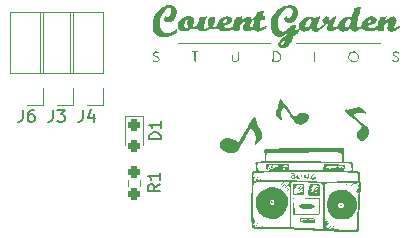
<source format=gto>
G04 #@! TF.GenerationSoftware,KiCad,Pcbnew,9.0.2-9.0.2-0~ubuntu24.04.1*
G04 #@! TF.CreationDate,2025-06-12T12:11:57+02:00*
G04 #@! TF.ProjectId,PCB_Affichage,5043425f-4166-4666-9963-686167652e6b,rev?*
G04 #@! TF.SameCoordinates,Original*
G04 #@! TF.FileFunction,Legend,Top*
G04 #@! TF.FilePolarity,Positive*
%FSLAX46Y46*%
G04 Gerber Fmt 4.6, Leading zero omitted, Abs format (unit mm)*
G04 Created by KiCad (PCBNEW 9.0.2-9.0.2-0~ubuntu24.04.1) date 2025-06-12 12:11:57*
%MOMM*%
%LPD*%
G01*
G04 APERTURE LIST*
G04 Aperture macros list*
%AMRoundRect*
0 Rectangle with rounded corners*
0 $1 Rounding radius*
0 $2 $3 $4 $5 $6 $7 $8 $9 X,Y pos of 4 corners*
0 Add a 4 corners polygon primitive as box body*
4,1,4,$2,$3,$4,$5,$6,$7,$8,$9,$2,$3,0*
0 Add four circle primitives for the rounded corners*
1,1,$1+$1,$2,$3*
1,1,$1+$1,$4,$5*
1,1,$1+$1,$6,$7*
1,1,$1+$1,$8,$9*
0 Add four rect primitives between the rounded corners*
20,1,$1+$1,$2,$3,$4,$5,0*
20,1,$1+$1,$4,$5,$6,$7,0*
20,1,$1+$1,$6,$7,$8,$9,0*
20,1,$1+$1,$8,$9,$2,$3,0*%
G04 Aperture macros list end*
%ADD10C,0.150000*%
%ADD11C,0.120000*%
%ADD12C,0.000000*%
%ADD13R,1.700000X1.700000*%
%ADD14C,1.700000*%
%ADD15RoundRect,0.237500X-0.237500X0.287500X-0.237500X-0.287500X0.237500X-0.287500X0.237500X0.287500X0*%
%ADD16RoundRect,0.237500X0.237500X-0.250000X0.237500X0.250000X-0.237500X0.250000X-0.237500X-0.250000X0*%
%ADD17C,3.000000*%
%ADD18RoundRect,0.760000X1.140000X-1.140000X1.140000X1.140000X-1.140000X1.140000X-1.140000X-1.140000X0*%
%ADD19C,4.000000*%
G04 APERTURE END LIST*
D10*
X100666666Y-55834819D02*
X100666666Y-56549104D01*
X100666666Y-56549104D02*
X100619047Y-56691961D01*
X100619047Y-56691961D02*
X100523809Y-56787200D01*
X100523809Y-56787200D02*
X100380952Y-56834819D01*
X100380952Y-56834819D02*
X100285714Y-56834819D01*
X101571428Y-56168152D02*
X101571428Y-56834819D01*
X101333333Y-55787200D02*
X101095238Y-56501485D01*
X101095238Y-56501485D02*
X101714285Y-56501485D01*
X107254819Y-58308094D02*
X106254819Y-58308094D01*
X106254819Y-58308094D02*
X106254819Y-58069999D01*
X106254819Y-58069999D02*
X106302438Y-57927142D01*
X106302438Y-57927142D02*
X106397676Y-57831904D01*
X106397676Y-57831904D02*
X106492914Y-57784285D01*
X106492914Y-57784285D02*
X106683390Y-57736666D01*
X106683390Y-57736666D02*
X106826247Y-57736666D01*
X106826247Y-57736666D02*
X107016723Y-57784285D01*
X107016723Y-57784285D02*
X107111961Y-57831904D01*
X107111961Y-57831904D02*
X107207200Y-57927142D01*
X107207200Y-57927142D02*
X107254819Y-58069999D01*
X107254819Y-58069999D02*
X107254819Y-58308094D01*
X107254819Y-56784285D02*
X107254819Y-57355713D01*
X107254819Y-57069999D02*
X106254819Y-57069999D01*
X106254819Y-57069999D02*
X106397676Y-57165237D01*
X106397676Y-57165237D02*
X106492914Y-57260475D01*
X106492914Y-57260475D02*
X106540533Y-57355713D01*
X95586666Y-55834819D02*
X95586666Y-56549104D01*
X95586666Y-56549104D02*
X95539047Y-56691961D01*
X95539047Y-56691961D02*
X95443809Y-56787200D01*
X95443809Y-56787200D02*
X95300952Y-56834819D01*
X95300952Y-56834819D02*
X95205714Y-56834819D01*
X96491428Y-55834819D02*
X96300952Y-55834819D01*
X96300952Y-55834819D02*
X96205714Y-55882438D01*
X96205714Y-55882438D02*
X96158095Y-55930057D01*
X96158095Y-55930057D02*
X96062857Y-56072914D01*
X96062857Y-56072914D02*
X96015238Y-56263390D01*
X96015238Y-56263390D02*
X96015238Y-56644342D01*
X96015238Y-56644342D02*
X96062857Y-56739580D01*
X96062857Y-56739580D02*
X96110476Y-56787200D01*
X96110476Y-56787200D02*
X96205714Y-56834819D01*
X96205714Y-56834819D02*
X96396190Y-56834819D01*
X96396190Y-56834819D02*
X96491428Y-56787200D01*
X96491428Y-56787200D02*
X96539047Y-56739580D01*
X96539047Y-56739580D02*
X96586666Y-56644342D01*
X96586666Y-56644342D02*
X96586666Y-56406247D01*
X96586666Y-56406247D02*
X96539047Y-56311009D01*
X96539047Y-56311009D02*
X96491428Y-56263390D01*
X96491428Y-56263390D02*
X96396190Y-56215771D01*
X96396190Y-56215771D02*
X96205714Y-56215771D01*
X96205714Y-56215771D02*
X96110476Y-56263390D01*
X96110476Y-56263390D02*
X96062857Y-56311009D01*
X96062857Y-56311009D02*
X96015238Y-56406247D01*
X98126666Y-55834819D02*
X98126666Y-56549104D01*
X98126666Y-56549104D02*
X98079047Y-56691961D01*
X98079047Y-56691961D02*
X97983809Y-56787200D01*
X97983809Y-56787200D02*
X97840952Y-56834819D01*
X97840952Y-56834819D02*
X97745714Y-56834819D01*
X98507619Y-55834819D02*
X99126666Y-55834819D01*
X99126666Y-55834819D02*
X98793333Y-56215771D01*
X98793333Y-56215771D02*
X98936190Y-56215771D01*
X98936190Y-56215771D02*
X99031428Y-56263390D01*
X99031428Y-56263390D02*
X99079047Y-56311009D01*
X99079047Y-56311009D02*
X99126666Y-56406247D01*
X99126666Y-56406247D02*
X99126666Y-56644342D01*
X99126666Y-56644342D02*
X99079047Y-56739580D01*
X99079047Y-56739580D02*
X99031428Y-56787200D01*
X99031428Y-56787200D02*
X98936190Y-56834819D01*
X98936190Y-56834819D02*
X98650476Y-56834819D01*
X98650476Y-56834819D02*
X98555238Y-56787200D01*
X98555238Y-56787200D02*
X98507619Y-56739580D01*
X107194819Y-62116666D02*
X106718628Y-62449999D01*
X107194819Y-62688094D02*
X106194819Y-62688094D01*
X106194819Y-62688094D02*
X106194819Y-62307142D01*
X106194819Y-62307142D02*
X106242438Y-62211904D01*
X106242438Y-62211904D02*
X106290057Y-62164285D01*
X106290057Y-62164285D02*
X106385295Y-62116666D01*
X106385295Y-62116666D02*
X106528152Y-62116666D01*
X106528152Y-62116666D02*
X106623390Y-62164285D01*
X106623390Y-62164285D02*
X106671009Y-62211904D01*
X106671009Y-62211904D02*
X106718628Y-62307142D01*
X106718628Y-62307142D02*
X106718628Y-62688094D01*
X107194819Y-61164285D02*
X107194819Y-61735713D01*
X107194819Y-61449999D02*
X106194819Y-61449999D01*
X106194819Y-61449999D02*
X106337676Y-61545237D01*
X106337676Y-61545237D02*
X106432914Y-61640475D01*
X106432914Y-61640475D02*
X106480533Y-61735713D01*
D11*
X102380000Y-55380000D02*
X101000000Y-55380000D01*
X102380000Y-54000000D02*
X102380000Y-55380000D01*
X102380000Y-52730000D02*
X102380000Y-47540000D01*
X102380000Y-52730000D02*
X99620000Y-52730000D01*
X102380000Y-47540000D02*
X99620000Y-47540000D01*
X99620000Y-52730000D02*
X99620000Y-47540000D01*
D12*
G36*
X107428384Y-49801345D02*
G01*
X107412744Y-49816986D01*
X107397103Y-49801345D01*
X107412744Y-49785705D01*
X107428384Y-49801345D01*
G37*
G36*
X120316589Y-50932494D02*
G01*
X120328159Y-51040578D01*
X120336956Y-51207279D01*
X120340366Y-51334024D01*
X120342068Y-51539762D01*
X120338122Y-51683574D01*
X120328507Y-51765845D01*
X120315923Y-51787675D01*
X120276009Y-51762958D01*
X120267215Y-51746996D01*
X120262028Y-51701838D01*
X120258933Y-51607226D01*
X120258127Y-51476240D01*
X120259807Y-51321959D01*
X120260376Y-51293329D01*
X120267280Y-51098899D01*
X120277590Y-50966228D01*
X120290068Y-50894690D01*
X120303480Y-50883655D01*
X120316589Y-50932494D01*
G37*
G36*
X110307110Y-50850931D02*
G01*
X110396756Y-50857073D01*
X110444879Y-50869333D01*
X110461967Y-50889368D01*
X110462621Y-50896173D01*
X110441959Y-50928799D01*
X110373469Y-50942242D01*
X110337498Y-50943094D01*
X110212374Y-50943094D01*
X110212374Y-51365385D01*
X110211385Y-51538408D01*
X110207740Y-51657996D01*
X110200431Y-51733256D01*
X110188443Y-51773292D01*
X110170766Y-51787210D01*
X110165453Y-51787675D01*
X110146228Y-51778767D01*
X110132941Y-51745970D01*
X110124579Y-51680181D01*
X110120130Y-51572293D01*
X110118584Y-51413200D01*
X110118532Y-51365385D01*
X110118532Y-50943094D01*
X109993409Y-50943094D01*
X109906407Y-50935346D01*
X109870557Y-50909662D01*
X109868286Y-50896173D01*
X109878921Y-50873806D01*
X109917819Y-50859651D01*
X109995467Y-50852053D01*
X110122354Y-50849355D01*
X110165453Y-50849252D01*
X110307110Y-50850931D01*
G37*
G36*
X117075069Y-50868299D02*
G01*
X117234085Y-50923188D01*
X117359733Y-51013428D01*
X117407846Y-51073909D01*
X117454710Y-51195613D01*
X117466774Y-51338701D01*
X117445505Y-51479760D01*
X117392374Y-51595374D01*
X117373710Y-51618175D01*
X117267754Y-51709984D01*
X117148956Y-51763473D01*
X116998186Y-51785835D01*
X116922821Y-51787675D01*
X116717106Y-51787675D01*
X116718867Y-51693833D01*
X116812621Y-51693833D01*
X116987793Y-51693833D01*
X117095151Y-51689550D01*
X117167059Y-51669927D01*
X117230416Y-51624803D01*
X117269320Y-51587478D01*
X117337765Y-51508459D01*
X117368690Y-51433479D01*
X117375675Y-51336131D01*
X117350452Y-51178657D01*
X117276590Y-51059358D01*
X117156795Y-50980670D01*
X116993775Y-50945030D01*
X116938749Y-50943094D01*
X116812621Y-50943094D01*
X116812621Y-51318463D01*
X116812621Y-51693833D01*
X116718867Y-51693833D01*
X116725762Y-51326284D01*
X116725909Y-51318463D01*
X116734419Y-50864892D01*
X116898284Y-50855450D01*
X117075069Y-50868299D01*
G37*
G36*
X113317236Y-50940127D02*
G01*
X113331017Y-51060433D01*
X113340453Y-51213678D01*
X113353108Y-51400685D01*
X113374332Y-51533641D01*
X113408184Y-51620891D01*
X113458723Y-51670783D01*
X113530008Y-51691663D01*
X113573929Y-51693833D01*
X113659258Y-51688046D01*
X113719815Y-51664508D01*
X113760440Y-51613955D01*
X113785973Y-51527122D01*
X113801254Y-51394743D01*
X113809665Y-51242599D01*
X113820485Y-51067935D01*
X113834482Y-50949025D01*
X113850117Y-50887013D01*
X113865854Y-50883041D01*
X113880155Y-50938252D01*
X113891481Y-51053788D01*
X113897012Y-51177700D01*
X113900183Y-51353384D01*
X113895991Y-51479456D01*
X113881836Y-51568684D01*
X113855120Y-51633834D01*
X113813242Y-51687675D01*
X113788192Y-51712139D01*
X113675926Y-51777649D01*
X113550160Y-51787023D01*
X113424005Y-51740747D01*
X113364407Y-51696471D01*
X113262251Y-51605266D01*
X113262251Y-51243135D01*
X113265607Y-51064107D01*
X113274519Y-50943639D01*
X113287251Y-50882384D01*
X113302069Y-50880995D01*
X113317236Y-50940127D01*
G37*
G36*
X123762395Y-50893595D02*
G01*
X123898238Y-50973874D01*
X123998671Y-51096981D01*
X124054282Y-51254171D01*
X124059462Y-51291429D01*
X124047861Y-51447187D01*
X123986594Y-51581682D01*
X123886830Y-51688246D01*
X123759738Y-51760212D01*
X123616487Y-51790913D01*
X123468246Y-51773682D01*
X123347111Y-51716670D01*
X123230701Y-51606639D01*
X123158628Y-51470003D01*
X123134373Y-51321541D01*
X123145780Y-51260163D01*
X123234211Y-51260163D01*
X123234707Y-51393772D01*
X123288058Y-51530690D01*
X123383687Y-51631594D01*
X123512240Y-51686385D01*
X123660787Y-51691507D01*
X123770545Y-51663332D01*
X123854735Y-51603430D01*
X123925885Y-51504825D01*
X123969144Y-51391350D01*
X123975687Y-51334104D01*
X123947713Y-51207318D01*
X123873964Y-51089172D01*
X123769701Y-51002044D01*
X123738982Y-50987025D01*
X123597626Y-50956166D01*
X123468301Y-50977900D01*
X123359178Y-51042377D01*
X123278425Y-51139748D01*
X123234211Y-51260163D01*
X123145780Y-51260163D01*
X123161415Y-51176030D01*
X123201722Y-51099180D01*
X123313330Y-50967787D01*
X123436093Y-50892076D01*
X123581719Y-50865168D01*
X123600552Y-50864892D01*
X123762395Y-50893595D01*
G37*
G36*
X122927503Y-50161334D02*
G01*
X123512029Y-50162109D01*
X124038046Y-50163397D01*
X124505110Y-50165193D01*
X124912776Y-50167495D01*
X125260600Y-50170298D01*
X125548138Y-50173599D01*
X125774945Y-50177394D01*
X125940577Y-50181679D01*
X126044591Y-50186451D01*
X126086541Y-50191707D01*
X126087374Y-50192355D01*
X126059588Y-50197728D01*
X125969347Y-50202598D01*
X125816756Y-50206964D01*
X125601919Y-50210825D01*
X125324941Y-50214179D01*
X124985927Y-50217027D01*
X124584982Y-50219367D01*
X124122209Y-50221199D01*
X123597714Y-50222521D01*
X123011601Y-50223333D01*
X122363975Y-50223634D01*
X122304245Y-50223636D01*
X121655530Y-50223379D01*
X121066610Y-50222610D01*
X120537759Y-50221330D01*
X120069249Y-50219543D01*
X119661354Y-50217250D01*
X119314348Y-50214453D01*
X119028502Y-50211156D01*
X118804092Y-50207359D01*
X118641390Y-50203066D01*
X118540669Y-50198278D01*
X118502203Y-50192999D01*
X118501783Y-50192355D01*
X118533017Y-50187006D01*
X118626535Y-50182151D01*
X118782063Y-50177793D01*
X118999323Y-50173933D01*
X119278042Y-50170575D01*
X119617944Y-50167720D01*
X120018753Y-50165371D01*
X120480195Y-50163530D01*
X121001993Y-50162199D01*
X121583873Y-50161380D01*
X122225559Y-50161076D01*
X122284913Y-50161074D01*
X122927503Y-50161334D01*
G37*
G36*
X106932013Y-50863344D02*
G01*
X107016828Y-50897764D01*
X107093379Y-50941620D01*
X107140689Y-50983900D01*
X107146857Y-50999982D01*
X107127774Y-51045019D01*
X107080801Y-51041312D01*
X107053501Y-51021736D01*
X106951655Y-50964652D01*
X106840181Y-50956784D01*
X106740952Y-50999566D01*
X106739038Y-51001116D01*
X106689135Y-51061477D01*
X106695606Y-51117572D01*
X106760435Y-51172435D01*
X106885608Y-51229102D01*
X106888895Y-51230333D01*
X107037491Y-51305078D01*
X107132861Y-51395522D01*
X107172679Y-51496186D01*
X107154619Y-51601592D01*
X107086702Y-51696239D01*
X106973247Y-51768359D01*
X106838807Y-51787630D01*
X106698124Y-51752555D01*
X106669825Y-51738503D01*
X106606884Y-51685524D01*
X106583803Y-51630272D01*
X106590405Y-51581338D01*
X106617446Y-51575307D01*
X106675782Y-51612271D01*
X106700390Y-51631271D01*
X106786167Y-51676650D01*
X106869549Y-51693833D01*
X106953902Y-51672898D01*
X107030893Y-51621489D01*
X107078415Y-51556702D01*
X107084296Y-51527767D01*
X107054839Y-51449933D01*
X106965486Y-51375585D01*
X106849690Y-51317646D01*
X106710854Y-51250120D01*
X106626143Y-51185647D01*
X106587902Y-51117435D01*
X106583803Y-51081790D01*
X106610495Y-51008652D01*
X106677361Y-50934449D01*
X106764580Y-50875864D01*
X106852335Y-50849580D01*
X106859910Y-50849369D01*
X106932013Y-50863344D01*
G37*
G36*
X127256911Y-50866439D02*
G01*
X127342751Y-50909436D01*
X127402070Y-50965393D01*
X127416808Y-51006459D01*
X127410223Y-51055519D01*
X127383226Y-51061641D01*
X127324955Y-51024752D01*
X127300220Y-51005656D01*
X127219995Y-50955094D01*
X127146848Y-50948416D01*
X127057119Y-50980048D01*
X126990415Y-51028746D01*
X126985706Y-51085801D01*
X127042984Y-51151201D01*
X127162243Y-51224936D01*
X127201714Y-51244657D01*
X127344778Y-51327257D01*
X127429423Y-51411430D01*
X127459641Y-51503075D01*
X127442405Y-51600153D01*
X127375578Y-51701587D01*
X127272604Y-51766092D01*
X127150299Y-51790037D01*
X127025479Y-51769791D01*
X126925880Y-51711649D01*
X126870278Y-51653854D01*
X126863427Y-51613937D01*
X126874086Y-51599039D01*
X126912339Y-51583432D01*
X126963118Y-51615929D01*
X126975749Y-51628143D01*
X127060528Y-51677596D01*
X127164974Y-51693130D01*
X127262130Y-51673389D01*
X127305091Y-51644677D01*
X127342150Y-51577260D01*
X127354246Y-51507478D01*
X127349740Y-51461948D01*
X127329505Y-51424982D01*
X127283473Y-51389304D01*
X127201572Y-51347636D01*
X127073730Y-51292701D01*
X127034732Y-51276584D01*
X126935526Y-51209423D01*
X126889455Y-51116044D01*
X126897810Y-51014681D01*
X126943216Y-50952207D01*
X127024825Y-50894087D01*
X127117314Y-50855995D01*
X127165121Y-50849252D01*
X127256911Y-50866439D01*
G37*
G36*
X113154318Y-50165298D02*
G01*
X113607848Y-50165757D01*
X114050586Y-50166473D01*
X114478301Y-50167444D01*
X114886763Y-50168671D01*
X115271742Y-50170154D01*
X115629007Y-50171894D01*
X115954329Y-50173891D01*
X116243477Y-50176144D01*
X116492221Y-50178654D01*
X116696330Y-50181422D01*
X116851574Y-50184447D01*
X116953723Y-50187730D01*
X116998547Y-50191270D01*
X117000305Y-50192150D01*
X116969154Y-50197084D01*
X116875686Y-50201532D01*
X116719879Y-50205494D01*
X116501712Y-50208971D01*
X116221163Y-50211962D01*
X115878210Y-50214468D01*
X115472831Y-50216488D01*
X115005005Y-50218023D01*
X114474710Y-50219074D01*
X113881924Y-50219639D01*
X113226626Y-50219720D01*
X112508794Y-50219316D01*
X112378569Y-50219197D01*
X111848535Y-50218541D01*
X111337326Y-50217618D01*
X110848264Y-50216450D01*
X110384671Y-50215056D01*
X109949870Y-50213455D01*
X109547182Y-50211667D01*
X109179929Y-50209711D01*
X108851433Y-50207608D01*
X108565017Y-50205377D01*
X108324002Y-50203038D01*
X108131711Y-50200610D01*
X107991465Y-50198113D01*
X107906586Y-50195567D01*
X107880398Y-50192992D01*
X107881956Y-50192564D01*
X107932850Y-50188958D01*
X108040635Y-50185605D01*
X108201083Y-50182505D01*
X108409961Y-50179658D01*
X108663040Y-50177065D01*
X108956090Y-50174724D01*
X109284880Y-50172637D01*
X109645181Y-50170804D01*
X110032761Y-50169225D01*
X110443391Y-50167900D01*
X110872840Y-50166829D01*
X111316878Y-50166013D01*
X111771276Y-50165452D01*
X112231802Y-50165145D01*
X112694226Y-50165094D01*
X113154318Y-50165298D01*
G37*
G36*
X108137499Y-46967594D02*
G01*
X108307829Y-47034400D01*
X108446063Y-47143366D01*
X108546715Y-47288355D01*
X108604302Y-47463230D01*
X108613340Y-47661853D01*
X108568345Y-47878086D01*
X108554792Y-47916518D01*
X108484510Y-48052630D01*
X108383049Y-48185676D01*
X108266714Y-48297672D01*
X108151812Y-48370631D01*
X108137986Y-48376252D01*
X108010486Y-48405389D01*
X107873787Y-48406827D01*
X107744803Y-48383831D01*
X107640449Y-48339666D01*
X107577639Y-48277596D01*
X107572938Y-48267185D01*
X107555470Y-48167564D01*
X107560459Y-48046062D01*
X107585465Y-47938005D01*
X107597514Y-47911639D01*
X107639304Y-47836218D01*
X107693846Y-47919459D01*
X107762264Y-47984136D01*
X107840329Y-47995478D01*
X107921455Y-47960569D01*
X107999055Y-47886492D01*
X108066540Y-47780330D01*
X108117324Y-47649168D01*
X108144819Y-47500088D01*
X108147842Y-47431266D01*
X108138681Y-47305492D01*
X108106655Y-47230150D01*
X108044951Y-47195207D01*
X107983629Y-47189399D01*
X107846200Y-47219139D01*
X107710812Y-47302288D01*
X107581900Y-47429738D01*
X107463896Y-47592383D01*
X107361234Y-47781115D01*
X107278348Y-47986826D01*
X107219672Y-48200411D01*
X107189640Y-48412761D01*
X107192684Y-48614770D01*
X107220298Y-48757332D01*
X107303383Y-48957949D01*
X107423044Y-49128398D01*
X107568617Y-49253582D01*
X107572475Y-49255988D01*
X107658386Y-49299417D01*
X107751878Y-49321455D01*
X107878200Y-49327592D01*
X107901251Y-49327483D01*
X108079333Y-49309002D01*
X108236073Y-49252157D01*
X108386969Y-49149520D01*
X108506100Y-49037534D01*
X108577579Y-48967912D01*
X108632972Y-48921533D01*
X108654683Y-48909843D01*
X108668851Y-48938001D01*
X108677883Y-49010058D01*
X108679616Y-49067740D01*
X108671302Y-49166317D01*
X108640499Y-49247134D01*
X108578419Y-49320493D01*
X108476272Y-49396695D01*
X108325267Y-49486041D01*
X108320354Y-49488774D01*
X108058134Y-49605759D01*
X107789394Y-49672026D01*
X107525501Y-49685946D01*
X107277823Y-49645892D01*
X107260218Y-49640667D01*
X107025377Y-49539902D01*
X106835274Y-49395464D01*
X106689591Y-49207080D01*
X106640831Y-49113168D01*
X106605700Y-49024786D01*
X106584034Y-48934392D01*
X106572909Y-48822790D01*
X106569400Y-48670783D01*
X106569350Y-48643956D01*
X106593607Y-48328322D01*
X106668753Y-48039454D01*
X106798251Y-47768823D01*
X106985562Y-47507897D01*
X107068512Y-47413942D01*
X107271289Y-47221984D01*
X107477405Y-47083991D01*
X107699013Y-46991991D01*
X107722482Y-46985017D01*
X107940555Y-46949088D01*
X108137499Y-46967594D01*
G37*
G36*
X115994145Y-47455324D02*
G01*
X115993086Y-47490369D01*
X115976377Y-47567484D01*
X115948631Y-47669550D01*
X115914461Y-47779447D01*
X115882467Y-47869757D01*
X115894169Y-47896319D01*
X115959512Y-47907959D01*
X115999320Y-47908858D01*
X116083074Y-47913825D01*
X116115687Y-47931544D01*
X116113984Y-47953557D01*
X116096722Y-48013726D01*
X116077734Y-48100177D01*
X116076172Y-48108377D01*
X116059282Y-48175780D01*
X116029107Y-48209552D01*
X115966396Y-48223550D01*
X115910114Y-48227902D01*
X115764714Y-48237306D01*
X115696192Y-48424991D01*
X115645306Y-48587065D01*
X115628621Y-48705895D01*
X115645670Y-48790315D01*
X115674742Y-48831042D01*
X115752014Y-48864910D01*
X115865178Y-48849818D01*
X116011735Y-48786203D01*
X116048990Y-48765288D01*
X116140814Y-48714141D01*
X116191593Y-48696263D01*
X116213389Y-48711851D01*
X116218264Y-48761105D01*
X116218286Y-48768066D01*
X116200822Y-48827927D01*
X116142841Y-48896090D01*
X116052654Y-48970308D01*
X115882811Y-49085196D01*
X115731599Y-49155327D01*
X115582132Y-49187449D01*
X115499373Y-49191370D01*
X115392369Y-49184552D01*
X115314557Y-49155686D01*
X115233281Y-49092156D01*
X115226422Y-49085905D01*
X115111340Y-48980439D01*
X114958688Y-49074367D01*
X114785493Y-49156148D01*
X114616560Y-49190050D01*
X114462451Y-49176046D01*
X114333729Y-49114109D01*
X114291851Y-49076054D01*
X114233045Y-48978209D01*
X114219320Y-48855768D01*
X114250901Y-48702293D01*
X114310158Y-48550114D01*
X114356030Y-48444001D01*
X114389462Y-48359285D01*
X114403861Y-48312779D01*
X114404000Y-48310823D01*
X114383183Y-48300738D01*
X114328227Y-48326144D01*
X114250378Y-48379469D01*
X114160881Y-48453143D01*
X114083689Y-48526478D01*
X114015486Y-48599187D01*
X113975050Y-48658661D01*
X113953928Y-48726451D01*
X113943666Y-48824108D01*
X113939848Y-48893200D01*
X113934451Y-49002516D01*
X113923915Y-49073796D01*
X113896775Y-49117105D01*
X113841563Y-49142512D01*
X113746814Y-49160082D01*
X113615594Y-49177882D01*
X113526286Y-49187784D01*
X113480152Y-49180251D01*
X113458559Y-49147554D01*
X113448757Y-49108685D01*
X113427877Y-49021108D01*
X113404528Y-48975715D01*
X113365122Y-48969307D01*
X113296072Y-48998684D01*
X113201849Y-49050560D01*
X112985448Y-49143773D01*
X112765779Y-49187417D01*
X112553468Y-49181868D01*
X112359141Y-49127503D01*
X112193425Y-49024697D01*
X112181754Y-49014421D01*
X112106246Y-48950345D01*
X112053359Y-48923042D01*
X112001472Y-48925055D01*
X111959894Y-48937902D01*
X111828042Y-48966869D01*
X111695846Y-48968238D01*
X111590525Y-48941934D01*
X111584660Y-48938946D01*
X111533313Y-48924748D01*
X111475586Y-48945191D01*
X111414871Y-48987308D01*
X111243034Y-49093197D01*
X111062554Y-49160666D01*
X110884067Y-49189610D01*
X110718208Y-49179928D01*
X110575612Y-49131516D01*
X110466914Y-49044272D01*
X110434350Y-48996779D01*
X110388944Y-48935911D01*
X110341011Y-48925091D01*
X110321857Y-48930597D01*
X110259704Y-48942534D01*
X110157350Y-48951701D01*
X110039172Y-48956063D01*
X109905589Y-48962370D01*
X109812757Y-48980755D01*
X109739280Y-49016108D01*
X109720358Y-49028930D01*
X109527757Y-49135260D01*
X109330673Y-49186703D01*
X109138318Y-49182023D01*
X108976783Y-49128764D01*
X108847627Y-49032823D01*
X108746797Y-48897668D01*
X108690553Y-48745475D01*
X108688940Y-48736217D01*
X108693161Y-48605755D01*
X108703677Y-48570131D01*
X109253663Y-48570131D01*
X109257207Y-48695727D01*
X109288485Y-48802237D01*
X109347001Y-48877534D01*
X109432260Y-48909494D01*
X109443381Y-48909843D01*
X109518651Y-48887415D01*
X109569753Y-48848789D01*
X109602861Y-48805813D01*
X109605162Y-48766737D01*
X109575096Y-48707254D01*
X109558961Y-48680873D01*
X109514421Y-48571745D01*
X109493983Y-48442349D01*
X109498656Y-48316602D01*
X109529448Y-48218423D01*
X109538843Y-48204184D01*
X109581834Y-48133329D01*
X109581535Y-48098771D01*
X109545794Y-48100767D01*
X109482459Y-48139575D01*
X109414389Y-48200094D01*
X109331759Y-48310188D01*
X109278349Y-48437576D01*
X109253663Y-48570131D01*
X108703677Y-48570131D01*
X108737244Y-48456415D01*
X108812805Y-48309145D01*
X108908453Y-48187873D01*
X109066637Y-48069884D01*
X109278173Y-47977161D01*
X109528342Y-47913630D01*
X109725636Y-47898365D01*
X109883329Y-47929933D01*
X109998538Y-48004514D01*
X110068378Y-48118288D01*
X110089969Y-48267435D01*
X110060427Y-48448134D01*
X110019396Y-48564285D01*
X109981455Y-48674127D01*
X109982160Y-48741085D01*
X110025737Y-48774516D01*
X110116414Y-48783777D01*
X110118532Y-48783780D01*
X110235442Y-48765373D01*
X110317115Y-48704907D01*
X110371967Y-48594610D01*
X110388356Y-48534473D01*
X110423506Y-48405433D01*
X110470695Y-48259524D01*
X110501805Y-48174744D01*
X110575302Y-47987060D01*
X110848278Y-47943613D01*
X110972302Y-47926289D01*
X111071714Y-47916922D01*
X111131304Y-47916750D01*
X111140910Y-47919823D01*
X111138303Y-47955064D01*
X111116714Y-48036559D01*
X111079737Y-48152216D01*
X111030969Y-48289944D01*
X111030314Y-48291718D01*
X110978733Y-48439444D01*
X110936851Y-48575077D01*
X110909223Y-48682796D01*
X110900306Y-48743384D01*
X110918670Y-48834300D01*
X110964132Y-48907069D01*
X111022935Y-48940711D01*
X111029966Y-48941124D01*
X111096797Y-48921498D01*
X111184914Y-48871442D01*
X111266744Y-48807914D01*
X111312094Y-48758573D01*
X111315488Y-48713344D01*
X111290204Y-48656972D01*
X111250045Y-48520027D01*
X111251474Y-48364190D01*
X111289961Y-48209574D01*
X111360974Y-48076294D01*
X111438624Y-47998215D01*
X111543080Y-47948492D01*
X111659490Y-47929533D01*
X111765047Y-47942517D01*
X111827743Y-47978061D01*
X111872616Y-48065372D01*
X111877614Y-48190953D01*
X111843750Y-48345723D01*
X111772037Y-48520603D01*
X111765868Y-48532886D01*
X111655839Y-48749467D01*
X111739587Y-48767178D01*
X111833625Y-48771835D01*
X111915600Y-48759515D01*
X111978261Y-48731262D01*
X112017258Y-48677173D01*
X112043485Y-48595206D01*
X112099190Y-48431537D01*
X112559759Y-48431537D01*
X112594252Y-48465596D01*
X112671650Y-48456744D01*
X112749015Y-48423492D01*
X112828069Y-48359571D01*
X112880417Y-48274118D01*
X112893873Y-48189545D01*
X112888336Y-48167255D01*
X112847301Y-48130681D01*
X112780322Y-48134369D01*
X112704245Y-48172945D01*
X112635918Y-48241030D01*
X112629826Y-48249752D01*
X112570755Y-48358333D01*
X112559759Y-48431537D01*
X112099190Y-48431537D01*
X112105244Y-48413751D01*
X112194237Y-48267131D01*
X112297789Y-48154730D01*
X112460260Y-48025711D01*
X112627243Y-47948141D01*
X112741395Y-47921625D01*
X112912279Y-47912176D01*
X113063382Y-47936858D01*
X113187896Y-47989577D01*
X113279016Y-48064243D01*
X113329932Y-48154763D01*
X113333838Y-48255045D01*
X113283926Y-48358999D01*
X113260785Y-48386425D01*
X113152687Y-48474711D01*
X113001905Y-48559684D01*
X112827939Y-48631174D01*
X112739233Y-48658447D01*
X112652226Y-48685287D01*
X112614853Y-48709644D01*
X112615424Y-48741409D01*
X112622857Y-48756919D01*
X112690895Y-48828397D01*
X112797672Y-48882820D01*
X112919639Y-48908986D01*
X112944318Y-48909843D01*
X113032419Y-48895119D01*
X113143860Y-48857281D01*
X113216599Y-48823741D01*
X113297813Y-48779499D01*
X113350596Y-48739559D01*
X113386270Y-48687628D01*
X113416154Y-48607411D01*
X113450233Y-48487473D01*
X113505122Y-48303407D01*
X113558366Y-48153628D01*
X113606479Y-48046858D01*
X113645975Y-47991821D01*
X113649258Y-47989533D01*
X113694225Y-47975527D01*
X113779204Y-47958593D01*
X113886043Y-47941301D01*
X113996589Y-47926217D01*
X114092688Y-47915911D01*
X114156189Y-47912951D01*
X114171033Y-47915710D01*
X114169605Y-47951071D01*
X114147735Y-48020741D01*
X114138524Y-48043814D01*
X114101400Y-48143666D01*
X114096686Y-48191895D01*
X114125726Y-48191178D01*
X114189211Y-48144749D01*
X114373302Y-48019136D01*
X114561612Y-47945364D01*
X114696016Y-47927093D01*
X114796858Y-47931471D01*
X114862806Y-47955707D01*
X114920762Y-48009904D01*
X114922801Y-48012264D01*
X114977285Y-48099173D01*
X114994386Y-48198361D01*
X114973957Y-48322430D01*
X114917363Y-48480354D01*
X114850896Y-48645326D01*
X114811768Y-48759846D01*
X114800747Y-48830100D01*
X114818601Y-48862273D01*
X114866097Y-48862551D01*
X114944001Y-48837119D01*
X114960793Y-48830496D01*
X115033602Y-48797049D01*
X115072727Y-48758164D01*
X115092159Y-48692819D01*
X115101678Y-48618779D01*
X115116645Y-48501499D01*
X115133871Y-48392180D01*
X115141068Y-48354609D01*
X115150016Y-48283812D01*
X115132601Y-48255830D01*
X115111728Y-48252946D01*
X115074911Y-48243821D01*
X115063460Y-48208354D01*
X115076412Y-48134411D01*
X115096635Y-48062718D01*
X115132010Y-47978670D01*
X115180507Y-47940585D01*
X115211038Y-47933966D01*
X115260562Y-47917370D01*
X115300401Y-47872292D01*
X115341211Y-47784880D01*
X115356546Y-47744816D01*
X115396735Y-47645113D01*
X115432958Y-47569355D01*
X115453288Y-47538713D01*
X115496269Y-47521987D01*
X115580675Y-47502414D01*
X115688516Y-47482769D01*
X115801803Y-47465826D01*
X115902545Y-47454357D01*
X115972752Y-47451137D01*
X115994145Y-47455324D01*
G37*
G36*
X118326931Y-46976282D02*
G01*
X118526520Y-47041617D01*
X118687862Y-47145927D01*
X118810191Y-47285290D01*
X118881681Y-47446844D01*
X118905749Y-47621628D01*
X118885809Y-47800683D01*
X118825277Y-47975046D01*
X118727569Y-48135757D01*
X118596100Y-48273855D01*
X118434286Y-48380379D01*
X118245541Y-48446367D01*
X118188399Y-48456351D01*
X118019548Y-48454321D01*
X117876217Y-48401719D01*
X117767869Y-48302404D01*
X117751846Y-48278289D01*
X117695295Y-48151324D01*
X117695954Y-48047843D01*
X117754102Y-47965399D01*
X117790145Y-47939796D01*
X117869938Y-47894050D01*
X117915332Y-47884825D01*
X117944921Y-47915390D01*
X117970010Y-47971419D01*
X118020602Y-48041925D01*
X118086375Y-48061434D01*
X118160800Y-48037623D01*
X118237350Y-47978171D01*
X118309497Y-47890754D01*
X118370714Y-47783051D01*
X118414471Y-47662739D01*
X118434242Y-47537495D01*
X118427416Y-47433446D01*
X118376768Y-47312167D01*
X118284440Y-47227904D01*
X118161954Y-47184754D01*
X118020829Y-47186813D01*
X117874907Y-47236973D01*
X117707477Y-47354795D01*
X117551872Y-47523297D01*
X117414035Y-47730874D01*
X117299910Y-47965921D01*
X117215442Y-48216833D01*
X117166574Y-48472007D01*
X117156709Y-48639129D01*
X117176155Y-48847089D01*
X117234519Y-49006084D01*
X117331840Y-49116165D01*
X117468159Y-49177380D01*
X117596199Y-49191253D01*
X117754518Y-49163412D01*
X117906329Y-49078177D01*
X118055029Y-48933382D01*
X118110773Y-48863166D01*
X118180051Y-48773769D01*
X118234392Y-48722029D01*
X118295986Y-48695249D01*
X118387026Y-48680732D01*
X118439222Y-48675254D01*
X118553554Y-48662188D01*
X118648272Y-48648820D01*
X118697288Y-48639334D01*
X118733997Y-48631029D01*
X118747840Y-48641654D01*
X118739541Y-48684125D01*
X118709822Y-48771359D01*
X118705386Y-48783933D01*
X118657832Y-48924639D01*
X118619065Y-49050563D01*
X118592410Y-49149682D01*
X118581195Y-49209969D01*
X118583993Y-49222651D01*
X118612628Y-49202559D01*
X118674287Y-49149179D01*
X118757159Y-49072853D01*
X118782645Y-49048695D01*
X118873884Y-48959228D01*
X118928311Y-48894747D01*
X118955495Y-48838249D01*
X118965002Y-48772735D01*
X118966198Y-48722546D01*
X118973884Y-48672180D01*
X119505795Y-48672180D01*
X119517421Y-48747543D01*
X119535150Y-48786776D01*
X119592442Y-48838312D01*
X119676896Y-48837113D01*
X119782686Y-48783600D01*
X119805092Y-48767267D01*
X119930098Y-48635697D01*
X120007044Y-48474795D01*
X120028880Y-48299633D01*
X120028356Y-48290090D01*
X120018827Y-48199917D01*
X119998685Y-48154719D01*
X119957665Y-48136913D01*
X119937248Y-48133987D01*
X119843446Y-48152331D01*
X119743601Y-48221022D01*
X119648755Y-48330224D01*
X119576806Y-48454993D01*
X119524847Y-48580585D01*
X119505795Y-48672180D01*
X118973884Y-48672180D01*
X118993361Y-48544546D01*
X119074570Y-48378084D01*
X119213736Y-48215518D01*
X119236570Y-48194011D01*
X119420372Y-48051691D01*
X119607929Y-47964998D01*
X119813707Y-47927922D01*
X119882674Y-47925567D01*
X120014363Y-47930368D01*
X120099969Y-47948500D01*
X120151024Y-47979239D01*
X120238246Y-48028333D01*
X120331918Y-48018062D01*
X120389583Y-47987254D01*
X120460777Y-47954393D01*
X120551509Y-47929810D01*
X120642966Y-47916098D01*
X120716332Y-47915847D01*
X120752792Y-47931648D01*
X120754000Y-47937066D01*
X120743251Y-47980495D01*
X120714333Y-48067499D01*
X120672242Y-48183537D01*
X120642395Y-48261946D01*
X120569497Y-48467950D01*
X120524313Y-48636168D01*
X120507584Y-48762003D01*
X120520051Y-48840855D01*
X120545106Y-48865113D01*
X120632086Y-48868197D01*
X120744146Y-48827638D01*
X120868274Y-48749423D01*
X120953624Y-48677132D01*
X121028307Y-48604533D01*
X121080495Y-48549876D01*
X121098089Y-48526500D01*
X121078944Y-48496578D01*
X121031708Y-48440865D01*
X121019887Y-48427947D01*
X120958942Y-48323355D01*
X120950442Y-48210398D01*
X120987579Y-48100802D01*
X121063550Y-48006290D01*
X121171550Y-47938586D01*
X121304774Y-47909417D01*
X121321044Y-47909064D01*
X121428761Y-47928173D01*
X121492629Y-47989358D01*
X121517519Y-48097686D01*
X121518119Y-48114175D01*
X121529212Y-48189831D01*
X121561090Y-48216958D01*
X121617947Y-48194710D01*
X121703978Y-48122242D01*
X121760836Y-48065262D01*
X121850677Y-47978099D01*
X121919257Y-47930061D01*
X121983686Y-47910860D01*
X122020972Y-47908858D01*
X122093314Y-47915484D01*
X122129426Y-47931775D01*
X122130355Y-47935204D01*
X122118946Y-47973432D01*
X122088134Y-48055886D01*
X122043041Y-48169238D01*
X122004362Y-48263087D01*
X121923941Y-48471954D01*
X121878931Y-48630945D01*
X121869794Y-48742075D01*
X121896992Y-48807355D01*
X121960986Y-48828801D01*
X122062240Y-48808424D01*
X122123954Y-48784491D01*
X122226915Y-48732532D01*
X122277570Y-48685435D01*
X122279691Y-48677755D01*
X122849414Y-48677755D01*
X122866546Y-48770572D01*
X122913493Y-48828118D01*
X122986518Y-48842631D01*
X123081884Y-48806351D01*
X123100919Y-48793975D01*
X123216044Y-48686325D01*
X123309087Y-48546373D01*
X123367443Y-48396435D01*
X123380899Y-48298303D01*
X123362984Y-48196760D01*
X123313357Y-48140536D01*
X123240892Y-48127341D01*
X123154463Y-48154885D01*
X123062945Y-48220879D01*
X122975213Y-48323032D01*
X122919543Y-48417345D01*
X122865834Y-48557426D01*
X122849414Y-48677755D01*
X122279691Y-48677755D01*
X122286759Y-48652157D01*
X122309506Y-48556176D01*
X122370220Y-48438594D01*
X122457613Y-48316380D01*
X122560392Y-48206504D01*
X122612388Y-48162738D01*
X122756075Y-48058188D01*
X122872192Y-47989229D01*
X122978982Y-47948847D01*
X123094691Y-47930030D01*
X123228972Y-47925740D01*
X123467367Y-47926130D01*
X123555095Y-47565585D01*
X123589784Y-47424458D01*
X123619184Y-47307543D01*
X123640168Y-47227092D01*
X123649578Y-47195396D01*
X123682794Y-47184722D01*
X123760598Y-47169257D01*
X123865836Y-47151555D01*
X123981350Y-47134172D01*
X124089984Y-47119665D01*
X124174583Y-47110589D01*
X124217988Y-47109499D01*
X124220154Y-47110397D01*
X124218113Y-47144399D01*
X124201467Y-47224685D01*
X124173281Y-47337525D01*
X124152198Y-47414814D01*
X124099064Y-47611168D01*
X124043854Y-47827576D01*
X123990456Y-48047646D01*
X123942756Y-48254988D01*
X123904642Y-48433213D01*
X123881795Y-48554897D01*
X123866258Y-48703255D01*
X123880144Y-48797731D01*
X123926518Y-48841180D01*
X124008445Y-48836458D01*
X124128990Y-48786421D01*
X124129829Y-48785993D01*
X124208437Y-48737633D01*
X124249011Y-48680755D01*
X124270363Y-48588649D01*
X124270784Y-48585860D01*
X124312146Y-48447431D01*
X124778957Y-48447431D01*
X124806093Y-48472128D01*
X124876463Y-48459708D01*
X124923095Y-48443251D01*
X125035030Y-48375517D01*
X125093781Y-48279905D01*
X125102030Y-48219431D01*
X125091260Y-48151249D01*
X125052580Y-48128282D01*
X125042026Y-48127823D01*
X124942714Y-48143871D01*
X124870141Y-48198296D01*
X124814910Y-48300515D01*
X124787971Y-48382430D01*
X124778957Y-48447431D01*
X124312146Y-48447431D01*
X124322197Y-48413791D01*
X124416085Y-48260633D01*
X124543002Y-48130253D01*
X124693504Y-48026517D01*
X124858147Y-47953290D01*
X125027486Y-47914438D01*
X125192076Y-47913826D01*
X125342473Y-47955321D01*
X125469233Y-48042788D01*
X125503428Y-48081330D01*
X125558970Y-48174374D01*
X125561840Y-48257880D01*
X125511187Y-48349605D01*
X125489313Y-48376793D01*
X125415526Y-48451269D01*
X125324469Y-48513895D01*
X125202055Y-48572495D01*
X125034199Y-48634889D01*
X125009412Y-48643315D01*
X124805598Y-48712066D01*
X124904487Y-48810955D01*
X125017822Y-48888293D01*
X125151259Y-48911133D01*
X125308769Y-48879541D01*
X125445826Y-48819784D01*
X125542844Y-48765840D01*
X125597800Y-48719834D01*
X125625980Y-48664703D01*
X125639305Y-48603810D01*
X125685806Y-48410892D01*
X125758129Y-48203709D01*
X125807847Y-48089918D01*
X125835735Y-48036804D01*
X125867674Y-47999773D01*
X125915826Y-47974077D01*
X125992356Y-47954969D01*
X126109428Y-47937699D01*
X126236972Y-47922421D01*
X126417851Y-47901396D01*
X126354769Y-48061435D01*
X126291688Y-48221474D01*
X126478322Y-48094079D01*
X126669281Y-47983430D01*
X126839578Y-47925022D01*
X126985955Y-47919189D01*
X127105152Y-47966264D01*
X127165206Y-48023722D01*
X127209076Y-48098566D01*
X127224533Y-48184107D01*
X127210557Y-48292062D01*
X127166124Y-48434142D01*
X127118991Y-48553820D01*
X127072375Y-48673311D01*
X127039410Y-48771378D01*
X127024673Y-48833667D01*
X127025570Y-48846912D01*
X127066523Y-48858719D01*
X127145447Y-48843188D01*
X127246512Y-48804910D01*
X127343383Y-48754765D01*
X127434534Y-48706227D01*
X127485922Y-48695888D01*
X127507647Y-48724164D01*
X127510650Y-48761671D01*
X127484005Y-48827377D01*
X127413086Y-48907492D01*
X127311422Y-48992486D01*
X127192540Y-49072829D01*
X127069966Y-49138990D01*
X126957229Y-49181439D01*
X126900522Y-49191523D01*
X126761383Y-49195605D01*
X126664226Y-49181600D01*
X126589892Y-49144659D01*
X126538540Y-49099934D01*
X126471943Y-49004791D01*
X126447631Y-48889406D01*
X126465636Y-48745665D01*
X126525994Y-48565452D01*
X126540946Y-48529483D01*
X126585607Y-48422935D01*
X126618737Y-48340852D01*
X126634310Y-48298241D01*
X126634788Y-48295789D01*
X126613105Y-48293187D01*
X126556493Y-48322747D01*
X126477608Y-48376015D01*
X126389104Y-48444539D01*
X126314160Y-48509959D01*
X126165576Y-48648328D01*
X126165576Y-48887972D01*
X126164464Y-49008582D01*
X126153525Y-49086152D01*
X126121354Y-49130945D01*
X126056545Y-49153223D01*
X125947693Y-49163247D01*
X125854647Y-49167736D01*
X125684482Y-49175729D01*
X125656977Y-49062410D01*
X125629472Y-48949090D01*
X125408604Y-49062410D01*
X125297059Y-49117227D01*
X125208850Y-49150803D01*
X125120937Y-49168297D01*
X125010279Y-49174867D01*
X124902457Y-49175729D01*
X124728880Y-49169811D01*
X124600363Y-49147957D01*
X124500174Y-49104023D01*
X124411583Y-49031864D01*
X124360724Y-48976746D01*
X124291956Y-48897222D01*
X124126118Y-49009458D01*
X123998435Y-49093537D01*
X123904850Y-49147054D01*
X123829209Y-49176712D01*
X123755358Y-49189215D01*
X123687770Y-49191370D01*
X123545953Y-49170944D01*
X123445104Y-49106526D01*
X123382102Y-49004931D01*
X123351187Y-48940155D01*
X123328795Y-48910103D01*
X123327565Y-48909843D01*
X123296429Y-48928143D01*
X123236950Y-48973894D01*
X123214057Y-48992881D01*
X123032472Y-49111563D01*
X122835956Y-49178157D01*
X122711507Y-49190683D01*
X122622432Y-49187135D01*
X122557906Y-49168225D01*
X122495570Y-49123011D01*
X122420409Y-49048229D01*
X122283256Y-48905089D01*
X122175723Y-48987108D01*
X121995739Y-49100688D01*
X121818353Y-49168337D01*
X121653035Y-49188001D01*
X121509260Y-49157631D01*
X121473130Y-49139279D01*
X121372623Y-49053226D01*
X121326123Y-48943546D01*
X121333051Y-48806649D01*
X121392380Y-48639896D01*
X121432422Y-48549750D01*
X121445540Y-48503747D01*
X121433346Y-48490357D01*
X121412835Y-48493622D01*
X121363464Y-48522731D01*
X121289691Y-48584142D01*
X121220512Y-48651370D01*
X121104642Y-48761663D01*
X120967233Y-48876815D01*
X120821727Y-48987112D01*
X120681566Y-49082840D01*
X120560191Y-49154284D01*
X120473821Y-49191007D01*
X120355612Y-49200587D01*
X120236518Y-49174257D01*
X120132611Y-49120214D01*
X120059965Y-49046656D01*
X120034542Y-48966952D01*
X120028642Y-48923197D01*
X120004727Y-48916494D01*
X119953474Y-48949367D01*
X119884542Y-49007598D01*
X119720180Y-49122538D01*
X119548057Y-49180976D01*
X119424018Y-49191370D01*
X119258400Y-49168218D01*
X119124002Y-49102407D01*
X119051096Y-49028184D01*
X119002276Y-48958484D01*
X119002276Y-49031099D01*
X118976867Y-49158227D01*
X118898034Y-49276134D01*
X118761866Y-49390028D01*
X118705482Y-49426516D01*
X118596674Y-49497417D01*
X118529836Y-49554691D01*
X118491126Y-49612983D01*
X118469480Y-49676222D01*
X118371755Y-49964045D01*
X118246573Y-50196029D01*
X118094095Y-50372014D01*
X117914479Y-50491843D01*
X117707884Y-50555358D01*
X117573580Y-50566352D01*
X117459012Y-50559438D01*
X117376279Y-50530289D01*
X117315513Y-50486742D01*
X117247796Y-50414695D01*
X117221673Y-50333996D01*
X117219271Y-50282171D01*
X117225087Y-50245922D01*
X117438236Y-50245922D01*
X117447989Y-50299874D01*
X117489938Y-50314268D01*
X117524259Y-50311736D01*
X117578914Y-50294933D01*
X117626284Y-50250145D01*
X117678477Y-50164286D01*
X117700634Y-50121091D01*
X117744258Y-50025705D01*
X117769778Y-49953441D01*
X117771992Y-49921349D01*
X117729380Y-49917967D01*
X117664406Y-49953728D01*
X117589962Y-50016095D01*
X117518942Y-50092529D01*
X117464238Y-50170491D01*
X117438744Y-50237444D01*
X117438236Y-50245922D01*
X117225087Y-50245922D01*
X117245806Y-50116792D01*
X117327046Y-49963648D01*
X117465442Y-49819597D01*
X117663445Y-49681497D01*
X117707933Y-49655713D01*
X117832152Y-49569849D01*
X117898218Y-49484209D01*
X117903307Y-49471330D01*
X117922371Y-49404758D01*
X117911888Y-49383945D01*
X117864704Y-49406581D01*
X117812887Y-49442128D01*
X117603320Y-49560844D01*
X117397911Y-49618545D01*
X117201370Y-49616324D01*
X117018411Y-49555272D01*
X116853744Y-49436481D01*
X116712081Y-49261043D01*
X116663161Y-49175729D01*
X116603556Y-49011454D01*
X116569616Y-48809123D01*
X116562190Y-48588111D01*
X116582129Y-48367793D01*
X116620286Y-48198626D01*
X116722052Y-47942566D01*
X116861318Y-47708658D01*
X117031426Y-47500291D01*
X117225719Y-47320855D01*
X117437539Y-47173740D01*
X117660227Y-47062335D01*
X117887128Y-46990031D01*
X118111581Y-46960217D01*
X118326931Y-46976282D01*
G37*
D11*
X105735000Y-56340000D02*
X104265000Y-56340000D01*
X104265000Y-56340000D02*
X104265000Y-58800000D01*
X105735000Y-58800000D02*
X105735000Y-56340000D01*
X97300000Y-55380000D02*
X95920000Y-55380000D01*
X97300000Y-54000000D02*
X97300000Y-55380000D01*
X97300000Y-52730000D02*
X97300000Y-47540000D01*
X97300000Y-52730000D02*
X94540000Y-52730000D01*
X97300000Y-47540000D02*
X94540000Y-47540000D01*
X94540000Y-52730000D02*
X94540000Y-47540000D01*
X99840000Y-55380000D02*
X98460000Y-55380000D01*
X99840000Y-54000000D02*
X99840000Y-55380000D01*
X99840000Y-52730000D02*
X99840000Y-47540000D01*
X99840000Y-52730000D02*
X97080000Y-52730000D01*
X99840000Y-47540000D02*
X97080000Y-47540000D01*
X97080000Y-52730000D02*
X97080000Y-47540000D01*
D12*
G36*
X115250000Y-65420000D02*
G01*
X115230000Y-65440000D01*
X115210000Y-65420000D01*
X115230000Y-65400000D01*
X115250000Y-65420000D01*
G37*
G36*
X115290000Y-65340000D02*
G01*
X115270000Y-65360000D01*
X115250000Y-65340000D01*
X115270000Y-65320000D01*
X115290000Y-65340000D01*
G37*
G36*
X115370000Y-65020000D02*
G01*
X115350000Y-65040000D01*
X115330000Y-65020000D01*
X115350000Y-65000000D01*
X115370000Y-65020000D01*
G37*
G36*
X115490000Y-61540000D02*
G01*
X115470000Y-61560000D01*
X115450000Y-61540000D01*
X115470000Y-61520000D01*
X115490000Y-61540000D01*
G37*
G36*
X115970000Y-65500000D02*
G01*
X115950000Y-65520000D01*
X115930000Y-65500000D01*
X115950000Y-65480000D01*
X115970000Y-65500000D01*
G37*
G36*
X119250000Y-65140000D02*
G01*
X119230000Y-65160000D01*
X119210000Y-65140000D01*
X119230000Y-65120000D01*
X119250000Y-65140000D01*
G37*
G36*
X123010000Y-62140000D02*
G01*
X122990000Y-62160000D01*
X122970000Y-62140000D01*
X122990000Y-62120000D01*
X123010000Y-62140000D01*
G37*
G36*
X115156666Y-61333333D02*
G01*
X115161453Y-61380803D01*
X115156666Y-61386666D01*
X115132886Y-61381175D01*
X115130000Y-61360000D01*
X115144635Y-61327075D01*
X115156666Y-61333333D01*
G37*
G36*
X116686514Y-63577845D02*
G01*
X116726589Y-63637938D01*
X116730000Y-63662360D01*
X116701373Y-63710321D01*
X116640909Y-63715686D01*
X116587845Y-63676514D01*
X116586040Y-63616609D01*
X116631036Y-63574098D01*
X116686514Y-63577845D01*
G37*
G36*
X117397450Y-62025837D02*
G01*
X117390000Y-62040000D01*
X117352311Y-62078200D01*
X117345278Y-62080000D01*
X117342549Y-62054162D01*
X117350000Y-62040000D01*
X117387688Y-62001799D01*
X117394721Y-62000000D01*
X117397450Y-62025837D01*
G37*
G36*
X122596852Y-63868284D02*
G01*
X122610000Y-63920000D01*
X122581715Y-63986852D01*
X122530000Y-64000000D01*
X122463147Y-63971715D01*
X122450000Y-63920000D01*
X122478284Y-63853147D01*
X122530000Y-63840000D01*
X122596852Y-63868284D01*
G37*
G36*
X123317450Y-62065837D02*
G01*
X123310000Y-62080000D01*
X123272311Y-62118200D01*
X123265278Y-62120000D01*
X123262549Y-62094162D01*
X123270000Y-62080000D01*
X123307688Y-62041799D01*
X123314721Y-62040000D01*
X123317450Y-62065837D01*
G37*
G36*
X123517450Y-61745837D02*
G01*
X123510000Y-61760000D01*
X123472311Y-61798200D01*
X123465278Y-61800000D01*
X123462549Y-61774162D01*
X123470000Y-61760000D01*
X123507688Y-61721799D01*
X123514721Y-61720000D01*
X123517450Y-61745837D01*
G37*
G36*
X117612153Y-62251788D02*
G01*
X117516116Y-62351377D01*
X117464676Y-62393866D01*
X117451236Y-62383630D01*
X117458853Y-62353440D01*
X117498693Y-62302189D01*
X117579620Y-62230219D01*
X117612186Y-62205228D01*
X117750000Y-62103577D01*
X117612153Y-62251788D01*
G37*
G36*
X117892433Y-62148055D02*
G01*
X117822793Y-62230035D01*
X117759106Y-62286221D01*
X117716486Y-62306414D01*
X117710043Y-62280414D01*
X117714773Y-62267962D01*
X117757645Y-62213639D01*
X117838052Y-62138971D01*
X117861254Y-62120000D01*
X117987035Y-62020000D01*
X117892433Y-62148055D01*
G37*
G36*
X116506388Y-60680000D02*
G01*
X116474486Y-60775568D01*
X116435099Y-60862650D01*
X116398805Y-60922172D01*
X116376181Y-60935064D01*
X116373278Y-60920000D01*
X116392172Y-60848257D01*
X116438903Y-60745802D01*
X116453050Y-60720000D01*
X116499774Y-60643559D01*
X116514953Y-60636241D01*
X116506388Y-60680000D01*
G37*
G36*
X115469479Y-65430771D02*
G01*
X115436991Y-65506225D01*
X115430000Y-65520000D01*
X115382842Y-65600991D01*
X115350049Y-65639492D01*
X115347945Y-65640000D01*
X115350520Y-65609228D01*
X115383008Y-65533774D01*
X115390000Y-65520000D01*
X115437157Y-65439008D01*
X115469950Y-65400507D01*
X115472054Y-65400000D01*
X115469479Y-65430771D01*
G37*
G36*
X119231606Y-61315502D02*
G01*
X119252530Y-61404187D01*
X119256855Y-61440000D01*
X119257792Y-61553443D01*
X119230909Y-61598534D01*
X119221057Y-61600000D01*
X119184450Y-61562434D01*
X119170122Y-61454362D01*
X119170000Y-61440000D01*
X119177941Y-61339794D01*
X119197781Y-61284072D01*
X119205798Y-61280000D01*
X119231606Y-61315502D01*
G37*
G36*
X118838353Y-61275131D02*
G01*
X118849761Y-61361303D01*
X118850000Y-61377343D01*
X118858814Y-61472484D01*
X118897741Y-61514713D01*
X118956915Y-61527343D01*
X119041928Y-61553434D01*
X119080248Y-61590000D01*
X119057242Y-61619895D01*
X118983976Y-61637221D01*
X118889366Y-61640884D01*
X118802325Y-61629790D01*
X118751765Y-61602847D01*
X118751499Y-61602426D01*
X118741437Y-61541316D01*
X118748561Y-61444320D01*
X118767548Y-61341772D01*
X118793075Y-61264003D01*
X118815112Y-61240000D01*
X118838353Y-61275131D01*
G37*
G36*
X119095240Y-62348790D02*
G01*
X119019308Y-62449194D01*
X118967256Y-62499671D01*
X118946951Y-62494362D01*
X118956629Y-62452077D01*
X118954613Y-62423049D01*
X118905359Y-62451846D01*
X118848963Y-62500000D01*
X118715584Y-62620000D01*
X118867610Y-62430000D01*
X118951297Y-62329796D01*
X119015506Y-62260949D01*
X119042818Y-62240000D01*
X119040046Y-62262338D01*
X119018000Y-62288000D01*
X118969269Y-62352275D01*
X118979268Y-62375515D01*
X119034508Y-62351109D01*
X119077102Y-62316972D01*
X119184205Y-62220000D01*
X119095240Y-62348790D01*
G37*
G36*
X119841933Y-61260000D02*
G01*
X119850847Y-61320216D01*
X119825031Y-61416502D01*
X119777420Y-61520678D01*
X119720952Y-61604563D01*
X119668560Y-61639979D01*
X119667496Y-61640000D01*
X119611726Y-61606503D01*
X119564890Y-61530000D01*
X119521761Y-61420000D01*
X119486219Y-61512569D01*
X119445682Y-61579122D01*
X119412095Y-61575157D01*
X119396621Y-61510044D01*
X119401281Y-61441271D01*
X119429251Y-61332297D01*
X119469529Y-61302348D01*
X119522046Y-61351444D01*
X119549323Y-61398692D01*
X119609633Y-61488864D01*
X119659339Y-61517345D01*
X119687350Y-61480275D01*
X119690000Y-61447645D01*
X119709250Y-61362181D01*
X119754621Y-61288915D01*
X119807540Y-61250784D01*
X119841933Y-61260000D01*
G37*
G36*
X119875351Y-63805049D02*
G01*
X120061774Y-63821951D01*
X120186749Y-63853336D01*
X120259284Y-63901834D01*
X120288387Y-63970076D01*
X120290000Y-63996068D01*
X120275138Y-64076837D01*
X120223781Y-64134145D01*
X120125769Y-64171423D01*
X119970940Y-64192104D01*
X119749135Y-64199622D01*
X119686850Y-64199850D01*
X119477359Y-64197669D01*
X119329741Y-64189658D01*
X119225942Y-64173375D01*
X119147906Y-64146375D01*
X119100000Y-64120438D01*
X119002964Y-64034733D01*
X118972251Y-63945231D01*
X119010691Y-63866934D01*
X119047370Y-63841407D01*
X119116094Y-63825369D01*
X119246214Y-63812223D01*
X119419142Y-63803318D01*
X119616287Y-63800000D01*
X119618470Y-63800000D01*
X119875351Y-63805049D01*
G37*
G36*
X120356836Y-61210871D02*
G01*
X120391154Y-61228501D01*
X120358389Y-61254297D01*
X120302639Y-61277406D01*
X120191301Y-61340880D01*
X120111751Y-61424738D01*
X120069972Y-61512442D01*
X120071949Y-61587454D01*
X120123666Y-61633234D01*
X120171440Y-61640000D01*
X120232215Y-61624303D01*
X120231291Y-61564156D01*
X120230000Y-61560000D01*
X120225106Y-61500780D01*
X120275781Y-61480943D01*
X120307304Y-61480000D01*
X120388100Y-61498665D01*
X120410000Y-61555102D01*
X120375610Y-61649679D01*
X120288960Y-61713870D01*
X120174829Y-61738850D01*
X120057998Y-61715793D01*
X120020000Y-61693998D01*
X119954380Y-61637960D01*
X119935162Y-61579553D01*
X119959765Y-61492744D01*
X119992806Y-61419735D01*
X120080252Y-61304729D01*
X120201563Y-61228195D01*
X120328659Y-61206244D01*
X120356836Y-61210871D01*
G37*
G36*
X118111376Y-62462979D02*
G01*
X118087317Y-62562798D01*
X118062949Y-62620000D01*
X118035604Y-62701893D01*
X118036737Y-62743996D01*
X118021502Y-62799908D01*
X117981332Y-62842067D01*
X117934129Y-62875634D01*
X117943796Y-62858554D01*
X117960000Y-62840070D01*
X118000134Y-62778968D01*
X118008264Y-62735123D01*
X117979923Y-62733883D01*
X117978571Y-62734702D01*
X117948270Y-62731403D01*
X117947654Y-62678777D01*
X117963983Y-62624897D01*
X117970000Y-62624897D01*
X117989457Y-62636870D01*
X118042632Y-62585486D01*
X118055102Y-62570000D01*
X118089696Y-62522620D01*
X118068982Y-62532552D01*
X118040000Y-62554897D01*
X117984601Y-62604241D01*
X117970000Y-62624897D01*
X117963983Y-62624897D01*
X117971663Y-62599557D01*
X118015235Y-62516475D01*
X118032403Y-62492886D01*
X118088627Y-62428289D01*
X118110647Y-62425084D01*
X118111376Y-62462979D01*
G37*
G36*
X118519667Y-61173561D02*
G01*
X118582522Y-61209656D01*
X118594882Y-61230000D01*
X118630292Y-61322633D01*
X118660203Y-61389658D01*
X118682252Y-61508133D01*
X118642825Y-61609745D01*
X118554869Y-61671387D01*
X118497524Y-61680000D01*
X118405596Y-61671495D01*
X118356666Y-61653333D01*
X118340786Y-61600396D01*
X118331582Y-61497583D01*
X118331354Y-61484808D01*
X118370000Y-61484808D01*
X118397190Y-61546029D01*
X118459335Y-61588393D01*
X118527299Y-61601267D01*
X118571943Y-61574013D01*
X118576000Y-61560000D01*
X118581131Y-61466091D01*
X118547846Y-61426255D01*
X118480000Y-61418141D01*
X118394232Y-61433749D01*
X118370000Y-61484808D01*
X118331354Y-61484808D01*
X118330612Y-61443333D01*
X118336737Y-61343126D01*
X118352148Y-61302712D01*
X118362971Y-61309997D01*
X118402140Y-61337754D01*
X118465079Y-61306693D01*
X118472358Y-61301269D01*
X118513460Y-61254025D01*
X118480149Y-61232457D01*
X118380000Y-61237014D01*
X118333891Y-61217354D01*
X118330000Y-61201753D01*
X118361657Y-61166223D01*
X118435462Y-61157954D01*
X118519667Y-61173561D01*
G37*
G36*
X124245294Y-55636887D02*
G01*
X124402386Y-55747363D01*
X124534529Y-55932661D01*
X124610042Y-56100110D01*
X124648310Y-56200763D01*
X124482297Y-56116070D01*
X124285231Y-56056162D01*
X124053870Y-56051820D01*
X123810638Y-56102193D01*
X123695423Y-56145924D01*
X123520847Y-56223071D01*
X124146338Y-56754339D01*
X124340225Y-56921176D01*
X124516368Y-57076801D01*
X124664304Y-57211645D01*
X124773571Y-57316140D01*
X124833704Y-57380718D01*
X124838485Y-57387336D01*
X124884703Y-57507202D01*
X124902385Y-57664371D01*
X124902308Y-57676839D01*
X124870998Y-57885459D01*
X124791178Y-58074139D01*
X124674270Y-58232770D01*
X124531699Y-58351247D01*
X124374888Y-58419462D01*
X124215262Y-58427307D01*
X124099655Y-58386990D01*
X123966999Y-58272902D01*
X123895504Y-58110093D01*
X123880769Y-57962420D01*
X123918032Y-57716899D01*
X124029975Y-57499829D01*
X124177049Y-57343245D01*
X124333730Y-57209132D01*
X123661865Y-56639159D01*
X123413715Y-56428894D01*
X123220089Y-56264550D01*
X123074962Y-56139758D01*
X122972308Y-56048152D01*
X122906103Y-55983366D01*
X122870323Y-55939033D01*
X122858941Y-55908785D01*
X122865935Y-55886256D01*
X122885278Y-55865079D01*
X122907868Y-55842355D01*
X122974347Y-55791356D01*
X123021110Y-55786866D01*
X123113334Y-55808444D01*
X123264837Y-55793554D01*
X123480080Y-55741556D01*
X123608812Y-55702767D01*
X123776142Y-55654661D01*
X123930074Y-55618649D01*
X124043042Y-55600972D01*
X124062064Y-55600149D01*
X124245294Y-55636887D01*
G37*
G36*
X117482349Y-54911689D02*
G01*
X117550377Y-54999294D01*
X117651069Y-55134450D01*
X117777794Y-55308182D01*
X117923919Y-55511514D01*
X118029490Y-55660000D01*
X118185233Y-55878280D01*
X118326457Y-56072998D01*
X118446450Y-56235157D01*
X118538499Y-56355763D01*
X118595889Y-56425820D01*
X118611591Y-56440000D01*
X118650028Y-56408313D01*
X118664508Y-56379887D01*
X118709467Y-56326085D01*
X118800468Y-56251860D01*
X118876618Y-56199887D01*
X119003088Y-56129068D01*
X119119557Y-56092768D01*
X119264755Y-56080538D01*
X119320908Y-56080000D01*
X119467274Y-56084035D01*
X119562271Y-56102103D01*
X119634369Y-56143149D01*
X119693076Y-56196923D01*
X119791918Y-56344032D01*
X119814227Y-56505407D01*
X119760187Y-56672623D01*
X119680343Y-56784887D01*
X119495332Y-56946404D01*
X119287494Y-57044063D01*
X119071384Y-57074102D01*
X118861554Y-57032756D01*
X118810000Y-57009937D01*
X118742477Y-56962482D01*
X118654794Y-56874973D01*
X118541507Y-56740890D01*
X118397171Y-56553711D01*
X118216340Y-56306916D01*
X118175294Y-56249800D01*
X117680589Y-55559601D01*
X117559698Y-55809800D01*
X117463766Y-56071354D01*
X117439608Y-56308047D01*
X117487536Y-56515729D01*
X117503993Y-56550000D01*
X117542323Y-56634774D01*
X117538646Y-56670993D01*
X117486413Y-56658985D01*
X117379075Y-56599076D01*
X117315555Y-56559437D01*
X117148863Y-56417403D01*
X117043926Y-56247818D01*
X117010000Y-56076849D01*
X117024569Y-56003835D01*
X117063702Y-55878195D01*
X117120534Y-55720869D01*
X117157596Y-55626576D01*
X117222690Y-55450802D01*
X117273685Y-55284664D01*
X117303203Y-55153601D01*
X117307596Y-55109540D01*
X117332554Y-54978573D01*
X117395883Y-54898194D01*
X117453618Y-54880612D01*
X117482349Y-54911689D01*
G37*
G36*
X120593425Y-63311547D02*
G01*
X120685235Y-63317438D01*
X120706232Y-63322812D01*
X120724463Y-63378526D01*
X120738980Y-63497038D01*
X120749623Y-63661224D01*
X120756231Y-63853961D01*
X120758644Y-64058125D01*
X120756700Y-64256593D01*
X120750239Y-64432241D01*
X120739100Y-64567947D01*
X120723123Y-64646586D01*
X120718731Y-64654823D01*
X120697202Y-64676185D01*
X120661365Y-64692935D01*
X120601952Y-64705717D01*
X120509697Y-64715173D01*
X120375333Y-64721947D01*
X120189592Y-64726682D01*
X119943209Y-64730022D01*
X119626915Y-64732610D01*
X119595135Y-64732825D01*
X119310650Y-64734128D01*
X119053315Y-64734156D01*
X118833691Y-64733000D01*
X118662337Y-64730752D01*
X118549815Y-64727506D01*
X118506685Y-64723352D01*
X118506665Y-64723333D01*
X118501180Y-64679608D01*
X118497128Y-64570190D01*
X118494777Y-64409379D01*
X118494396Y-64211473D01*
X118495026Y-64103333D01*
X118500052Y-63500000D01*
X118551587Y-63860000D01*
X118576008Y-64052174D01*
X118595117Y-64242974D01*
X118605621Y-64398264D01*
X118606561Y-64430000D01*
X118610000Y-64640000D01*
X119648311Y-64640000D01*
X120686622Y-64640000D01*
X120669396Y-64030000D01*
X120663357Y-63817053D01*
X120658097Y-63633322D01*
X120654033Y-63493230D01*
X120651583Y-63411201D01*
X120651085Y-63396294D01*
X120612501Y-63390574D01*
X120504151Y-63386318D01*
X120336260Y-63383619D01*
X120119051Y-63382572D01*
X119862746Y-63383272D01*
X119577568Y-63385811D01*
X119550000Y-63386144D01*
X119193493Y-63389444D01*
X118912354Y-63389506D01*
X118702010Y-63386203D01*
X118557888Y-63379405D01*
X118475417Y-63368984D01*
X118450000Y-63355308D01*
X118486976Y-63328970D01*
X118596485Y-63331619D01*
X118620000Y-63334667D01*
X118708459Y-63340021D01*
X118862988Y-63341975D01*
X119069734Y-63340665D01*
X119314845Y-63336228D01*
X119584468Y-63328798D01*
X119730000Y-63323789D01*
X119997075Y-63315381D01*
X120237740Y-63310530D01*
X120440391Y-63309248D01*
X120593425Y-63311547D01*
G37*
G36*
X115175595Y-56428012D02*
G01*
X115250481Y-56460257D01*
X115316746Y-56512049D01*
X115347220Y-56592020D01*
X115354631Y-56686750D01*
X115371881Y-56801997D01*
X115421101Y-56952144D01*
X115506729Y-57149174D01*
X115587015Y-57314049D01*
X115713426Y-57581523D01*
X115795394Y-57796010D01*
X115835275Y-57969406D01*
X115835427Y-58113605D01*
X115798208Y-58240503D01*
X115778462Y-58280000D01*
X115717249Y-58364302D01*
X115621024Y-58468735D01*
X115507823Y-58576889D01*
X115395683Y-58672351D01*
X115302641Y-58738710D01*
X115250929Y-58760000D01*
X115241597Y-58726430D01*
X115257742Y-58640780D01*
X115277147Y-58577183D01*
X115326140Y-58350379D01*
X115313564Y-58123598D01*
X115236983Y-57882042D01*
X115127241Y-57666910D01*
X115045881Y-57530564D01*
X114978617Y-57425388D01*
X114935749Y-57367166D01*
X114927253Y-57360490D01*
X114900687Y-57393208D01*
X114842057Y-57483891D01*
X114758572Y-57620811D01*
X114657444Y-57792237D01*
X114589452Y-57910000D01*
X114388412Y-58260508D01*
X114222443Y-58548163D01*
X114087091Y-58779660D01*
X113977899Y-58961697D01*
X113890412Y-59100972D01*
X113820174Y-59204184D01*
X113762729Y-59278028D01*
X113713622Y-59329204D01*
X113668396Y-59364409D01*
X113622596Y-59390340D01*
X113596410Y-59402684D01*
X113401551Y-59458754D01*
X113173110Y-59475729D01*
X112947844Y-59452616D01*
X112840363Y-59423082D01*
X112605004Y-59306773D01*
X112424119Y-59149528D01*
X112306309Y-58960778D01*
X112262865Y-58789744D01*
X112278792Y-58596630D01*
X112367600Y-58434940D01*
X112527456Y-58307507D01*
X112597883Y-58272391D01*
X112817180Y-58212284D01*
X113057872Y-58206988D01*
X113298763Y-58251595D01*
X113518657Y-58341197D01*
X113696360Y-58470887D01*
X113756693Y-58540715D01*
X113830743Y-58642369D01*
X114465961Y-57540090D01*
X114621776Y-57270552D01*
X114765288Y-57023913D01*
X114891535Y-56808573D01*
X114995557Y-56632929D01*
X115072394Y-56505381D01*
X115117084Y-56434328D01*
X115126091Y-56422415D01*
X115175595Y-56428012D01*
G37*
G36*
X119680083Y-64972705D02*
G01*
X120270000Y-64980000D01*
X120294492Y-65160000D01*
X120301510Y-65292485D01*
X120280258Y-65364460D01*
X120274492Y-65369387D01*
X120209005Y-65383632D01*
X120072583Y-65390550D01*
X119873952Y-65390131D01*
X119621842Y-65382367D01*
X119378252Y-65370338D01*
X119236202Y-65358526D01*
X119152489Y-65337935D01*
X119105454Y-65300540D01*
X119083175Y-65260995D01*
X119058737Y-65147153D01*
X119062284Y-65101042D01*
X119139855Y-65101042D01*
X119162450Y-65174782D01*
X119190000Y-65209387D01*
X119239006Y-65235899D01*
X119279412Y-65213848D01*
X119315688Y-65170000D01*
X119354640Y-65123920D01*
X119354574Y-65145246D01*
X119343315Y-65180000D01*
X119327904Y-65233386D01*
X119345110Y-65232802D01*
X119404938Y-65182242D01*
X119464031Y-65134669D01*
X119477333Y-65141398D01*
X119467441Y-65172242D01*
X119456916Y-65230897D01*
X119492063Y-65226935D01*
X119520468Y-65202616D01*
X119774064Y-65202616D01*
X119784940Y-65227384D01*
X119837489Y-65194897D01*
X119885625Y-65161388D01*
X119887031Y-65186604D01*
X119878744Y-65210000D01*
X119873879Y-65267426D01*
X119891255Y-65280000D01*
X119929068Y-65249813D01*
X119930000Y-65241407D01*
X119961287Y-65194641D01*
X120013785Y-65157974D01*
X120073078Y-65132917D01*
X120080992Y-65162534D01*
X120068816Y-65206566D01*
X120052551Y-65269450D01*
X120055457Y-65280000D01*
X120090041Y-65237655D01*
X120145702Y-65171019D01*
X120220553Y-65082039D01*
X120081561Y-65087264D01*
X119974801Y-65083431D01*
X119901827Y-65067075D01*
X119898291Y-65065124D01*
X119847923Y-65073320D01*
X119812006Y-65116250D01*
X119774064Y-65202616D01*
X119520468Y-65202616D01*
X119568541Y-65161458D01*
X119599337Y-65124721D01*
X119690000Y-65124721D01*
X119714645Y-65146407D01*
X119730000Y-65140000D01*
X119768506Y-65087011D01*
X119770000Y-65075278D01*
X119745354Y-65053592D01*
X119730000Y-65060000D01*
X119691493Y-65112988D01*
X119690000Y-65124721D01*
X119599337Y-65124721D01*
X119616318Y-65104465D01*
X119612754Y-65071018D01*
X119548941Y-65055982D01*
X119415974Y-65054219D01*
X119383801Y-65054920D01*
X119271890Y-65052613D01*
X119205217Y-65041244D01*
X119196161Y-65030000D01*
X119184503Y-65001946D01*
X119169846Y-65000000D01*
X119141196Y-65031100D01*
X119139855Y-65101042D01*
X119062284Y-65101042D01*
X119065006Y-65065655D01*
X119090166Y-64965411D01*
X119680083Y-64972705D01*
G37*
G36*
X119220000Y-62072191D02*
G01*
X119410000Y-62084383D01*
X119410000Y-62256156D01*
X119406480Y-62384621D01*
X119397261Y-62555456D01*
X119384518Y-62729373D01*
X119359037Y-63030816D01*
X119154518Y-63019419D01*
X119028038Y-63019835D01*
X118932317Y-63033538D01*
X118903561Y-63045953D01*
X118848558Y-63059509D01*
X118831820Y-63042946D01*
X118777532Y-63021508D01*
X118669600Y-63021617D01*
X118632137Y-63025909D01*
X118550279Y-63035858D01*
X118493885Y-63031547D01*
X118458727Y-63001209D01*
X118440574Y-62933080D01*
X118435200Y-62815395D01*
X118436620Y-62735359D01*
X118530000Y-62735359D01*
X118532954Y-62847777D01*
X118551902Y-62901549D01*
X118601970Y-62918025D01*
X118660000Y-62918834D01*
X118736964Y-62908893D01*
X118761516Y-62895144D01*
X118891387Y-62895144D01*
X118914442Y-62887305D01*
X118975805Y-62831611D01*
X119048359Y-62755144D01*
X119132213Y-62666050D01*
X119190249Y-62611344D01*
X119208359Y-62602228D01*
X119187766Y-62645310D01*
X119134219Y-62726461D01*
X119110468Y-62759364D01*
X119045620Y-62860405D01*
X119034036Y-62909696D01*
X119072865Y-62902338D01*
X119155586Y-62836824D01*
X119223717Y-62775724D01*
X119243001Y-62767915D01*
X119223219Y-62812255D01*
X119214021Y-62830000D01*
X119187444Y-62896784D01*
X119210226Y-62918912D01*
X119229845Y-62920000D01*
X119274293Y-62895234D01*
X119285520Y-62811499D01*
X119284530Y-62790000D01*
X119289032Y-62663526D01*
X119309046Y-62560313D01*
X119327412Y-62492184D01*
X119307532Y-62489067D01*
X119265769Y-62519624D01*
X119215419Y-62557453D01*
X119217919Y-62546850D01*
X119264104Y-62491625D01*
X119312795Y-62411846D01*
X119321196Y-62353588D01*
X119293707Y-62363356D01*
X119233421Y-62422478D01*
X119153264Y-62514667D01*
X119066165Y-62623632D01*
X118985052Y-62733085D01*
X118922852Y-62826736D01*
X118892493Y-62888297D01*
X118891387Y-62895144D01*
X118761516Y-62895144D01*
X118804420Y-62871118D01*
X118881037Y-62791215D01*
X118960371Y-62688834D01*
X119064454Y-62550611D01*
X119166413Y-62417772D01*
X119236168Y-62329130D01*
X119297609Y-62245397D01*
X119326346Y-62190984D01*
X119325797Y-62182761D01*
X119278608Y-62171479D01*
X119179091Y-62161950D01*
X119054916Y-62155920D01*
X118933754Y-62155134D01*
X118903406Y-62156124D01*
X118820906Y-62194693D01*
X118717596Y-62298499D01*
X118673406Y-62355359D01*
X118585220Y-62490091D01*
X118541787Y-62604303D01*
X118530002Y-62732723D01*
X118530000Y-62735359D01*
X118436620Y-62735359D01*
X118438375Y-62636389D01*
X118442512Y-62498329D01*
X118446926Y-62352920D01*
X118530000Y-62352920D01*
X118550195Y-62370251D01*
X118609218Y-62320494D01*
X118646251Y-62278489D01*
X118707328Y-62192653D01*
X118727081Y-62135633D01*
X118719217Y-62124322D01*
X118664576Y-62141140D01*
X118600035Y-62204235D01*
X118547901Y-62286656D01*
X118530000Y-62352920D01*
X118446926Y-62352920D01*
X118452104Y-62182360D01*
X118490000Y-62182360D01*
X118509391Y-62223762D01*
X118530000Y-62220000D01*
X118568474Y-62168861D01*
X118570000Y-62157639D01*
X118539490Y-62121077D01*
X118530000Y-62120000D01*
X118494895Y-62152558D01*
X118490000Y-62182360D01*
X118452104Y-62182360D01*
X118455025Y-62086144D01*
X118742512Y-62073072D01*
X118920744Y-62068053D01*
X119098054Y-62068025D01*
X119220000Y-62072191D01*
G37*
G36*
X120521691Y-62117580D02*
G01*
X120620870Y-62126976D01*
X120679969Y-62143576D01*
X120704832Y-62160272D01*
X120717527Y-62210924D01*
X120726300Y-62321337D01*
X120731173Y-62471372D01*
X120732171Y-62640887D01*
X120729315Y-62809742D01*
X120722629Y-62957796D01*
X120712135Y-63064907D01*
X120703763Y-63101827D01*
X120670338Y-63150550D01*
X120655720Y-63154993D01*
X120603903Y-63145514D01*
X120502903Y-63127389D01*
X120450000Y-63117958D01*
X120305667Y-63099418D01*
X120129975Y-63086473D01*
X120023333Y-63082964D01*
X119892101Y-63075507D01*
X119797620Y-63059069D01*
X119763333Y-63040444D01*
X119759463Y-62984558D01*
X119759652Y-62968003D01*
X120250000Y-62968003D01*
X120255574Y-62993418D01*
X120262089Y-62990945D01*
X120401463Y-62990945D01*
X120421539Y-63000000D01*
X120450338Y-62988341D01*
X120546272Y-62988341D01*
X120551708Y-63002763D01*
X120590322Y-63038232D01*
X120609217Y-62997834D01*
X120610000Y-62977639D01*
X120590319Y-62936441D01*
X120569347Y-62940403D01*
X120546272Y-62988341D01*
X120450338Y-62988341D01*
X120490440Y-62972106D01*
X120538309Y-62930000D01*
X120587352Y-62842423D01*
X120623059Y-62726096D01*
X120624200Y-62720000D01*
X120649381Y-62580000D01*
X120573968Y-62677357D01*
X120466642Y-62826743D01*
X120408257Y-62933141D01*
X120401463Y-62990945D01*
X120262089Y-62990945D01*
X120278228Y-62984819D01*
X120326861Y-62933660D01*
X120410370Y-62831398D01*
X120467230Y-62759392D01*
X120555636Y-62638423D01*
X120617256Y-62537657D01*
X120640816Y-62475942D01*
X120640133Y-62470400D01*
X120613041Y-62480416D01*
X120554108Y-62539357D01*
X120476718Y-62630153D01*
X120394252Y-62735735D01*
X120320092Y-62839036D01*
X120267621Y-62922986D01*
X120250000Y-62968003D01*
X119759652Y-62968003D01*
X119760771Y-62870162D01*
X119766881Y-62718557D01*
X119767170Y-62713333D01*
X119850443Y-62713333D01*
X119850887Y-62820000D01*
X119960188Y-62680000D01*
X120082624Y-62527813D01*
X120169145Y-62429406D01*
X120216764Y-62386352D01*
X120222499Y-62400224D01*
X120183364Y-62472596D01*
X120096374Y-62605041D01*
X120092966Y-62610000D01*
X119986296Y-62773915D01*
X119924022Y-62887429D01*
X119904958Y-62946749D01*
X119927915Y-62948084D01*
X119991706Y-62887643D01*
X120095145Y-62761633D01*
X120127187Y-62719271D01*
X120237999Y-62578478D01*
X120353532Y-62443842D01*
X120442385Y-62350880D01*
X120486721Y-62315114D01*
X120480882Y-62339629D01*
X120424608Y-62424884D01*
X120317638Y-62571335D01*
X120314314Y-62575782D01*
X120209724Y-62720240D01*
X120128841Y-62840897D01*
X120080469Y-62923991D01*
X120071664Y-62954997D01*
X120106363Y-62938138D01*
X120178189Y-62874252D01*
X120273470Y-62778118D01*
X120378534Y-62664512D01*
X120479711Y-62548211D01*
X120563330Y-62443992D01*
X120615298Y-62367398D01*
X120639568Y-62286561D01*
X120602215Y-62234422D01*
X120497393Y-62207133D01*
X120361921Y-62200612D01*
X120252172Y-62204634D01*
X120179660Y-62228487D01*
X120116981Y-62288507D01*
X120044250Y-62390000D01*
X119968503Y-62495534D01*
X119907903Y-62570122D01*
X119882328Y-62593333D01*
X119858486Y-62638580D01*
X119850443Y-62713333D01*
X119767170Y-62713333D01*
X119770000Y-62662089D01*
X119783633Y-62486789D01*
X119784585Y-62481066D01*
X119851358Y-62481066D01*
X119854050Y-62516188D01*
X119880309Y-62498000D01*
X119924494Y-62446268D01*
X119998741Y-62362360D01*
X120027793Y-62330000D01*
X120097374Y-62249702D01*
X120116025Y-62211884D01*
X120087506Y-62200634D01*
X120058510Y-62200000D01*
X119969816Y-62238262D01*
X119911027Y-62318013D01*
X119871440Y-62408621D01*
X119851358Y-62481066D01*
X119784585Y-62481066D01*
X119802499Y-62373335D01*
X119831138Y-62303576D01*
X119870000Y-62262404D01*
X119922630Y-62212575D01*
X119911296Y-62177239D01*
X119890000Y-62161372D01*
X119883474Y-62140023D01*
X119943191Y-62125853D01*
X120074807Y-62117878D01*
X120150000Y-62116184D01*
X120369158Y-62114334D01*
X120521691Y-62117580D01*
G37*
G36*
X122937592Y-62619035D02*
G01*
X123225839Y-62743998D01*
X123486598Y-62940689D01*
X123646165Y-63129650D01*
X123764530Y-63364282D01*
X123847562Y-63657282D01*
X123867462Y-63764441D01*
X123871500Y-63927668D01*
X123843347Y-64127647D01*
X123789493Y-64331105D01*
X123726983Y-64484658D01*
X123573153Y-64726178D01*
X123384131Y-64904123D01*
X123151431Y-65023470D01*
X122866571Y-65089199D01*
X122670000Y-65104866D01*
X122491783Y-65106474D01*
X122329687Y-65099474D01*
X122210805Y-65085313D01*
X122184339Y-65078908D01*
X122080166Y-65033852D01*
X122043404Y-65013333D01*
X122383333Y-65013333D01*
X122388824Y-65037113D01*
X122410000Y-65040000D01*
X122442924Y-65025364D01*
X122440134Y-65020000D01*
X122730000Y-65020000D01*
X122750000Y-65040000D01*
X122770000Y-65020000D01*
X122750000Y-65000000D01*
X122730000Y-65020000D01*
X122440134Y-65020000D01*
X122436666Y-65013333D01*
X122389196Y-65008546D01*
X122383333Y-65013333D01*
X122043404Y-65013333D01*
X122002381Y-64990436D01*
X122547348Y-64990436D01*
X122586666Y-64996842D01*
X122638547Y-64989487D01*
X122639166Y-64975833D01*
X122585631Y-64966284D01*
X122562500Y-64972675D01*
X122547348Y-64990436D01*
X122002381Y-64990436D01*
X121948158Y-64960171D01*
X121864475Y-64906128D01*
X121856732Y-64900000D01*
X123050000Y-64900000D01*
X123070000Y-64920000D01*
X123090000Y-64900000D01*
X123070000Y-64880000D01*
X123050000Y-64900000D01*
X121856732Y-64900000D01*
X121806193Y-64860000D01*
X122010000Y-64860000D01*
X122030000Y-64880000D01*
X122050000Y-64860000D01*
X122030000Y-64840000D01*
X122010000Y-64860000D01*
X121806193Y-64860000D01*
X121755653Y-64820000D01*
X121890000Y-64820000D01*
X121910000Y-64840000D01*
X121930000Y-64820000D01*
X121923333Y-64813333D01*
X122823333Y-64813333D01*
X122828824Y-64837113D01*
X122850000Y-64840000D01*
X122882924Y-64825364D01*
X122876666Y-64813333D01*
X123143333Y-64813333D01*
X123148824Y-64837113D01*
X123170000Y-64840000D01*
X123202924Y-64825364D01*
X123196666Y-64813333D01*
X123149196Y-64808546D01*
X123143333Y-64813333D01*
X122876666Y-64813333D01*
X122829196Y-64808546D01*
X122823333Y-64813333D01*
X121923333Y-64813333D01*
X121910000Y-64800000D01*
X123250000Y-64800000D01*
X123264635Y-64832924D01*
X123276666Y-64826666D01*
X123281453Y-64779196D01*
X123276666Y-64773333D01*
X123252886Y-64778824D01*
X123250000Y-64800000D01*
X121910000Y-64800000D01*
X121890000Y-64820000D01*
X121755653Y-64820000D01*
X121750816Y-64816172D01*
X121684033Y-64740000D01*
X122170000Y-64740000D01*
X122190000Y-64760000D01*
X122210000Y-64740000D01*
X122190000Y-64720000D01*
X122170000Y-64740000D01*
X121684033Y-64740000D01*
X121657867Y-64710156D01*
X121626620Y-64660000D01*
X123450000Y-64660000D01*
X123470000Y-64680000D01*
X123490000Y-64660000D01*
X123470000Y-64640000D01*
X123450000Y-64660000D01*
X121626620Y-64660000D01*
X121567367Y-64564892D01*
X121550757Y-64533333D01*
X121863333Y-64533333D01*
X121868824Y-64557113D01*
X121890000Y-64560000D01*
X121922924Y-64545364D01*
X121916666Y-64533333D01*
X121869196Y-64528546D01*
X121863333Y-64533333D01*
X121550757Y-64533333D01*
X121512162Y-64460000D01*
X122170000Y-64460000D01*
X122190000Y-64480000D01*
X122210000Y-64460000D01*
X122190000Y-64440000D01*
X122170000Y-64460000D01*
X121512162Y-64460000D01*
X121510135Y-64456148D01*
X121463192Y-64360000D01*
X123330000Y-64360000D01*
X123344635Y-64392924D01*
X123356666Y-64386666D01*
X123361453Y-64339196D01*
X123356666Y-64333333D01*
X123332886Y-64338824D01*
X123330000Y-64360000D01*
X121463192Y-64360000D01*
X121431648Y-64295391D01*
X121417844Y-64260000D01*
X122010000Y-64260000D01*
X122030000Y-64280000D01*
X122050000Y-64260000D01*
X122030000Y-64240000D01*
X122010000Y-64260000D01*
X121417844Y-64260000D01*
X121384370Y-64174177D01*
X121360814Y-64062033D01*
X121353492Y-63928483D01*
X121353585Y-63899347D01*
X122250000Y-63899347D01*
X122282184Y-63994300D01*
X122361470Y-64086408D01*
X122461959Y-64153630D01*
X122557752Y-64173925D01*
X122569911Y-64171613D01*
X122652279Y-64125675D01*
X122699161Y-64080000D01*
X122930000Y-64080000D01*
X122944635Y-64112924D01*
X122956666Y-64106666D01*
X122957338Y-64100000D01*
X123290000Y-64100000D01*
X123310000Y-64120000D01*
X123330000Y-64100000D01*
X123310000Y-64080000D01*
X123290000Y-64100000D01*
X122957338Y-64100000D01*
X122961453Y-64059196D01*
X122956666Y-64053333D01*
X122932886Y-64058824D01*
X122930000Y-64080000D01*
X122699161Y-64080000D01*
X122733225Y-64046813D01*
X122788951Y-63923792D01*
X122780798Y-63820000D01*
X123130000Y-63820000D01*
X123150000Y-63840000D01*
X123170000Y-63820000D01*
X123150000Y-63800000D01*
X123130000Y-63820000D01*
X122780798Y-63820000D01*
X122779367Y-63801780D01*
X122714147Y-63701989D01*
X122618157Y-63653333D01*
X123423333Y-63653333D01*
X123428824Y-63677113D01*
X123450000Y-63680000D01*
X123482924Y-63665364D01*
X123476666Y-63653333D01*
X123429196Y-63648546D01*
X123423333Y-63653333D01*
X122618157Y-63653333D01*
X122602960Y-63645630D01*
X122547749Y-63640000D01*
X122437830Y-63670009D01*
X122334382Y-63744283D01*
X122264537Y-63839188D01*
X122250000Y-63899347D01*
X121353585Y-63899347D01*
X121353840Y-63820000D01*
X121365363Y-63700000D01*
X121730000Y-63700000D01*
X121750000Y-63720000D01*
X121770000Y-63700000D01*
X121750000Y-63680000D01*
X121730000Y-63700000D01*
X121365363Y-63700000D01*
X121373045Y-63620000D01*
X121930000Y-63620000D01*
X121950000Y-63640000D01*
X121970000Y-63620000D01*
X121950000Y-63600000D01*
X121930000Y-63620000D01*
X121373045Y-63620000D01*
X121380727Y-63540000D01*
X122250000Y-63540000D01*
X122270000Y-63560000D01*
X122290000Y-63540000D01*
X122270000Y-63520000D01*
X122250000Y-63540000D01*
X121380727Y-63540000D01*
X121386625Y-63478577D01*
X121441500Y-63304505D01*
X121663749Y-63304505D01*
X121670000Y-63320000D01*
X121705944Y-63358159D01*
X121712360Y-63360000D01*
X121729541Y-63329052D01*
X121730000Y-63320000D01*
X121699249Y-63281537D01*
X121687639Y-63280000D01*
X121663749Y-63304505D01*
X121441500Y-63304505D01*
X121470830Y-63211465D01*
X123496447Y-63211465D01*
X123506180Y-63233819D01*
X123546456Y-63276761D01*
X123569610Y-63267952D01*
X123570000Y-63262360D01*
X123541588Y-63228528D01*
X123523819Y-63216180D01*
X123496447Y-63211465D01*
X121470830Y-63211465D01*
X121476756Y-63192666D01*
X121625210Y-62961014D01*
X121706090Y-62891465D01*
X123256447Y-62891465D01*
X123266180Y-62913819D01*
X123306456Y-62956761D01*
X123329610Y-62947952D01*
X123330000Y-62942360D01*
X123301588Y-62908528D01*
X123283819Y-62896180D01*
X123256447Y-62891465D01*
X121706090Y-62891465D01*
X121832962Y-62782367D01*
X121936531Y-62733333D01*
X122103333Y-62733333D01*
X122108824Y-62757113D01*
X122130000Y-62760000D01*
X122162924Y-62745364D01*
X122156666Y-62733333D01*
X122109196Y-62728546D01*
X122103333Y-62733333D01*
X121936531Y-62733333D01*
X122100989Y-62655472D01*
X122302658Y-62601241D01*
X122629148Y-62571244D01*
X122937592Y-62619035D01*
G37*
G36*
X116778270Y-62368064D02*
G01*
X117089483Y-62411837D01*
X117356283Y-62511784D01*
X117598824Y-62677078D01*
X117732038Y-62802092D01*
X117909938Y-63032632D01*
X118014967Y-63286765D01*
X118048243Y-63569559D01*
X118010885Y-63886088D01*
X117990333Y-63972268D01*
X117868292Y-64313647D01*
X117698420Y-64592117D01*
X117484309Y-64805558D01*
X117229554Y-64951845D01*
X116937749Y-65028856D01*
X116612488Y-65034468D01*
X116290969Y-64975876D01*
X116089207Y-64900000D01*
X116410000Y-64900000D01*
X116430000Y-64920000D01*
X116450000Y-64900000D01*
X116430000Y-64880000D01*
X116410000Y-64900000D01*
X116089207Y-64900000D01*
X115978976Y-64858546D01*
X115921632Y-64820000D01*
X116330000Y-64820000D01*
X116350000Y-64840000D01*
X116352361Y-64837639D01*
X116570000Y-64837639D01*
X116599036Y-64878372D01*
X116610000Y-64880000D01*
X116648960Y-64866352D01*
X116650000Y-64862360D01*
X116621970Y-64828209D01*
X116610000Y-64820000D01*
X116573140Y-64823171D01*
X116570000Y-64837639D01*
X116352361Y-64837639D01*
X116370000Y-64820000D01*
X116350000Y-64800000D01*
X117230000Y-64800000D01*
X117233171Y-64836859D01*
X117247639Y-64840000D01*
X117288372Y-64810963D01*
X117290000Y-64800000D01*
X117276352Y-64761039D01*
X117272360Y-64760000D01*
X117238209Y-64788029D01*
X117230000Y-64800000D01*
X116350000Y-64800000D01*
X116330000Y-64820000D01*
X115921632Y-64820000D01*
X115802619Y-64740000D01*
X116250000Y-64740000D01*
X116270000Y-64760000D01*
X116290000Y-64740000D01*
X116270000Y-64720000D01*
X116250000Y-64740000D01*
X115802619Y-64740000D01*
X115727805Y-64689711D01*
X115719414Y-64680000D01*
X116050000Y-64680000D01*
X116063647Y-64718960D01*
X116067639Y-64720000D01*
X116092006Y-64700000D01*
X116810000Y-64700000D01*
X116830000Y-64720000D01*
X116850000Y-64700000D01*
X116970000Y-64700000D01*
X116990000Y-64720000D01*
X117010000Y-64700000D01*
X116990000Y-64680000D01*
X116970000Y-64700000D01*
X116850000Y-64700000D01*
X116830000Y-64680000D01*
X116810000Y-64700000D01*
X116092006Y-64700000D01*
X116101790Y-64691970D01*
X116110000Y-64680000D01*
X116106828Y-64643140D01*
X116092360Y-64640000D01*
X116051627Y-64669036D01*
X116050000Y-64680000D01*
X115719414Y-64680000D01*
X115682601Y-64637395D01*
X117499807Y-64637395D01*
X117505278Y-64640000D01*
X117541782Y-64611840D01*
X117550000Y-64600000D01*
X117560192Y-64562604D01*
X117554721Y-64560000D01*
X117518217Y-64588159D01*
X117510000Y-64600000D01*
X117499807Y-64637395D01*
X115682601Y-64637395D01*
X115615727Y-64560000D01*
X116410000Y-64560000D01*
X116438709Y-64598855D01*
X116447639Y-64600000D01*
X116501812Y-64570924D01*
X116510000Y-64560000D01*
X116504704Y-64540000D01*
X117170000Y-64540000D01*
X117190000Y-64560000D01*
X117210000Y-64540000D01*
X117190000Y-64520000D01*
X117170000Y-64540000D01*
X116504704Y-64540000D01*
X116500932Y-64525755D01*
X116472360Y-64520000D01*
X116417632Y-64540883D01*
X116410000Y-64560000D01*
X115615727Y-64560000D01*
X115563884Y-64500000D01*
X115770000Y-64500000D01*
X115790000Y-64520000D01*
X115890000Y-64520000D01*
X115904635Y-64552924D01*
X115916666Y-64546666D01*
X115919618Y-64517395D01*
X117059807Y-64517395D01*
X117065278Y-64520000D01*
X117101782Y-64491840D01*
X117110000Y-64480000D01*
X117120192Y-64442604D01*
X117114721Y-64440000D01*
X117078217Y-64468159D01*
X117070000Y-64480000D01*
X117059807Y-64517395D01*
X115919618Y-64517395D01*
X115921453Y-64499196D01*
X115916666Y-64493333D01*
X115892886Y-64498824D01*
X115890000Y-64520000D01*
X115790000Y-64520000D01*
X115810000Y-64500000D01*
X115790000Y-64480000D01*
X115770000Y-64500000D01*
X115563884Y-64500000D01*
X115535933Y-64467652D01*
X115483819Y-64360000D01*
X116170000Y-64360000D01*
X116200438Y-64398837D01*
X116210000Y-64400000D01*
X116235518Y-64380000D01*
X117570000Y-64380000D01*
X117590000Y-64400000D01*
X117610000Y-64380000D01*
X117590000Y-64360000D01*
X117570000Y-64380000D01*
X116235518Y-64380000D01*
X116248837Y-64369561D01*
X116250000Y-64360000D01*
X116219561Y-64321162D01*
X116210000Y-64320000D01*
X116171162Y-64350438D01*
X116170000Y-64360000D01*
X115483819Y-64360000D01*
X115401838Y-64190654D01*
X115400343Y-64184505D01*
X115583749Y-64184505D01*
X115590000Y-64200000D01*
X115625944Y-64238159D01*
X115632360Y-64240000D01*
X115649541Y-64209052D01*
X115650000Y-64200000D01*
X115634010Y-64180000D01*
X116770000Y-64180000D01*
X116790000Y-64200000D01*
X116810000Y-64180000D01*
X117490000Y-64180000D01*
X117510000Y-64200000D01*
X117530000Y-64180000D01*
X117510000Y-64160000D01*
X117490000Y-64180000D01*
X116810000Y-64180000D01*
X116790000Y-64160000D01*
X116770000Y-64180000D01*
X115634010Y-64180000D01*
X115619249Y-64161537D01*
X115607639Y-64160000D01*
X115583749Y-64184505D01*
X115400343Y-64184505D01*
X115387903Y-64133333D01*
X115863333Y-64133333D01*
X115868824Y-64157113D01*
X115890000Y-64160000D01*
X115922924Y-64145364D01*
X115916666Y-64133333D01*
X115869196Y-64128546D01*
X115863333Y-64133333D01*
X115387903Y-64133333D01*
X115369501Y-64057639D01*
X116050000Y-64057639D01*
X116063182Y-64115432D01*
X116097817Y-64098107D01*
X116108291Y-64082763D01*
X116103275Y-64031390D01*
X116090652Y-64020403D01*
X116055866Y-64029093D01*
X116050000Y-64057639D01*
X115369501Y-64057639D01*
X115360350Y-64020000D01*
X115450000Y-64020000D01*
X115470000Y-64040000D01*
X115490000Y-64020000D01*
X115470000Y-64000000D01*
X115610000Y-64000000D01*
X115640438Y-64038837D01*
X115650000Y-64040000D01*
X115675518Y-64020000D01*
X117250000Y-64020000D01*
X117270000Y-64040000D01*
X117290000Y-64020000D01*
X117270000Y-64000000D01*
X117250000Y-64020000D01*
X115675518Y-64020000D01*
X115688837Y-64009561D01*
X115690000Y-64000000D01*
X115659561Y-63961162D01*
X115650000Y-63960000D01*
X115611162Y-63990438D01*
X115610000Y-64000000D01*
X115470000Y-64000000D01*
X115450000Y-64020000D01*
X115360350Y-64020000D01*
X115340901Y-63940000D01*
X116130000Y-63940000D01*
X116150000Y-63960000D01*
X116170000Y-63940000D01*
X116150000Y-63920000D01*
X116130000Y-63940000D01*
X115340901Y-63940000D01*
X115331177Y-63900000D01*
X115570000Y-63900000D01*
X115590000Y-63920000D01*
X115610000Y-63900000D01*
X115970000Y-63900000D01*
X115990000Y-63920000D01*
X115992605Y-63917395D01*
X117059807Y-63917395D01*
X117065278Y-63920000D01*
X117101782Y-63891840D01*
X117110000Y-63880000D01*
X117120192Y-63842604D01*
X117114721Y-63840000D01*
X117078217Y-63868159D01*
X117070000Y-63880000D01*
X117059807Y-63917395D01*
X115992605Y-63917395D01*
X116010000Y-63900000D01*
X115990000Y-63880000D01*
X115970000Y-63900000D01*
X115610000Y-63900000D01*
X115590000Y-63880000D01*
X115570000Y-63900000D01*
X115331177Y-63900000D01*
X115328986Y-63890988D01*
X115323075Y-63780000D01*
X116330000Y-63780000D01*
X116350000Y-63800000D01*
X116370000Y-63780000D01*
X116350000Y-63760000D01*
X116330000Y-63780000D01*
X115323075Y-63780000D01*
X115317749Y-63680000D01*
X115416315Y-63680000D01*
X115422601Y-63736785D01*
X115436491Y-63730000D01*
X115441007Y-63660000D01*
X116170000Y-63660000D01*
X116190000Y-63680000D01*
X116210000Y-63660000D01*
X116190000Y-63640000D01*
X116170000Y-63660000D01*
X115441007Y-63660000D01*
X115441774Y-63648106D01*
X115436491Y-63630000D01*
X115421891Y-63624975D01*
X115416315Y-63680000D01*
X115317749Y-63680000D01*
X115313908Y-63607888D01*
X116495540Y-63607888D01*
X116513474Y-63722485D01*
X116570000Y-63800000D01*
X116672232Y-63870217D01*
X116766433Y-63862839D01*
X116827142Y-63817142D01*
X116879464Y-63722249D01*
X116886908Y-63610373D01*
X116875449Y-63580000D01*
X117290000Y-63580000D01*
X117310000Y-63600000D01*
X117330000Y-63580000D01*
X117310000Y-63560000D01*
X117290000Y-63580000D01*
X116875449Y-63580000D01*
X116850920Y-63514987D01*
X116812629Y-63481407D01*
X116686834Y-63442433D01*
X116582836Y-63476867D01*
X116552857Y-63502857D01*
X116495540Y-63607888D01*
X115313908Y-63607888D01*
X115311813Y-63568551D01*
X115345906Y-63380000D01*
X116890000Y-63380000D01*
X116910000Y-63400000D01*
X116930000Y-63380000D01*
X116910000Y-63360000D01*
X116890000Y-63380000D01*
X115345906Y-63380000D01*
X115353139Y-63340000D01*
X115450000Y-63340000D01*
X115470000Y-63360000D01*
X115490000Y-63340000D01*
X115470000Y-63320000D01*
X115450000Y-63340000D01*
X115353139Y-63340000D01*
X115363988Y-63280000D01*
X116370000Y-63280000D01*
X116384635Y-63312924D01*
X116396666Y-63306666D01*
X116401372Y-63260000D01*
X116650000Y-63260000D01*
X116670000Y-63280000D01*
X116830000Y-63280000D01*
X116831828Y-63316918D01*
X116845278Y-63320000D01*
X116896936Y-63293333D01*
X117503333Y-63293333D01*
X117508824Y-63317113D01*
X117530000Y-63320000D01*
X117562924Y-63305364D01*
X117556666Y-63293333D01*
X117509196Y-63288546D01*
X117503333Y-63293333D01*
X116896936Y-63293333D01*
X116901825Y-63290809D01*
X116910000Y-63280000D01*
X116908171Y-63243081D01*
X116894721Y-63240000D01*
X116838174Y-63269190D01*
X116830000Y-63280000D01*
X116670000Y-63280000D01*
X116690000Y-63260000D01*
X116670000Y-63240000D01*
X116650000Y-63260000D01*
X116401372Y-63260000D01*
X116401453Y-63259196D01*
X116396666Y-63253333D01*
X116372886Y-63258824D01*
X116370000Y-63280000D01*
X115363988Y-63280000D01*
X115364276Y-63278405D01*
X115429096Y-63121746D01*
X115444716Y-63100000D01*
X116250000Y-63100000D01*
X116270000Y-63120000D01*
X116290000Y-63100000D01*
X116270000Y-63080000D01*
X116250000Y-63100000D01*
X115444716Y-63100000D01*
X115517604Y-62998523D01*
X115614947Y-62900000D01*
X115930000Y-62900000D01*
X115950000Y-62920000D01*
X116850000Y-62920000D01*
X116864635Y-62952924D01*
X116876666Y-62946666D01*
X116881453Y-62899196D01*
X116876666Y-62893333D01*
X116852886Y-62898824D01*
X116850000Y-62920000D01*
X115950000Y-62920000D01*
X115970000Y-62900000D01*
X115950000Y-62880000D01*
X115930000Y-62900000D01*
X115614947Y-62900000D01*
X115658633Y-62855785D01*
X115701372Y-62820000D01*
X117250000Y-62820000D01*
X117270000Y-62840000D01*
X117290000Y-62820000D01*
X117270000Y-62800000D01*
X117250000Y-62820000D01*
X115701372Y-62820000D01*
X115833101Y-62709703D01*
X115846851Y-62700000D01*
X117290000Y-62700000D01*
X117310000Y-62720000D01*
X117330000Y-62700000D01*
X117310000Y-62680000D01*
X117290000Y-62700000D01*
X115846851Y-62700000D01*
X115960214Y-62620000D01*
X117250000Y-62620000D01*
X117270000Y-62640000D01*
X117290000Y-62620000D01*
X117270000Y-62600000D01*
X117250000Y-62620000D01*
X115960214Y-62620000D01*
X116016895Y-62580000D01*
X116370000Y-62580000D01*
X116390000Y-62600000D01*
X116410000Y-62580000D01*
X116530000Y-62580000D01*
X116550000Y-62600000D01*
X116570000Y-62580000D01*
X116550000Y-62560000D01*
X116530000Y-62580000D01*
X116410000Y-62580000D01*
X116390000Y-62560000D01*
X116370000Y-62580000D01*
X116016895Y-62580000D01*
X116021930Y-62576447D01*
X116180793Y-62484672D01*
X116318328Y-62417781D01*
X116424331Y-62379115D01*
X116529463Y-62362692D01*
X116664384Y-62362526D01*
X116778270Y-62368064D01*
G37*
G36*
X121969206Y-59032193D02*
G01*
X122248777Y-59034643D01*
X122475119Y-59038860D01*
X122640925Y-59044950D01*
X122738884Y-59053022D01*
X122762808Y-59059475D01*
X122771976Y-59105454D01*
X122781854Y-59216467D01*
X122791445Y-59377563D01*
X122799753Y-59573796D01*
X122802261Y-59650950D01*
X122819287Y-60220000D01*
X123077784Y-60206447D01*
X123241760Y-60206920D01*
X123385442Y-60223190D01*
X123455384Y-60242230D01*
X123574489Y-60291565D01*
X123547826Y-60597218D01*
X123538024Y-60781535D01*
X123555104Y-60902222D01*
X123610933Y-60974227D01*
X123717377Y-61012498D01*
X123886301Y-61031982D01*
X123893365Y-61032498D01*
X124130000Y-61049615D01*
X124130000Y-61480528D01*
X124133055Y-61689997D01*
X124142929Y-61828966D01*
X124160684Y-61906729D01*
X124181499Y-61931203D01*
X124204565Y-61958833D01*
X124215983Y-62027564D01*
X124216403Y-62149670D01*
X124206480Y-62337424D01*
X124204589Y-62365482D01*
X124187882Y-62625016D01*
X124168765Y-62948751D01*
X124148057Y-63320954D01*
X124126576Y-63725893D01*
X124105142Y-64147834D01*
X124084575Y-64571045D01*
X124065692Y-64979791D01*
X124051424Y-65307759D01*
X124039861Y-65555440D01*
X124027341Y-65776627D01*
X124014762Y-65958567D01*
X124003025Y-66088511D01*
X123993032Y-66153709D01*
X123991385Y-66157759D01*
X123972902Y-66172387D01*
X123932747Y-66182999D01*
X123863024Y-66189581D01*
X123755835Y-66192117D01*
X123603284Y-66190594D01*
X123397473Y-66184998D01*
X123130505Y-66175314D01*
X122794483Y-66161528D01*
X122650000Y-66155338D01*
X122191863Y-66134624D01*
X121684700Y-66109889D01*
X121121078Y-66080747D01*
X120493566Y-66046813D01*
X119794730Y-66007700D01*
X119690000Y-66001745D01*
X119230137Y-65976915D01*
X118794791Y-65956526D01*
X118366537Y-65940062D01*
X117927945Y-65927001D01*
X117461590Y-65916826D01*
X116950044Y-65909017D01*
X116377848Y-65903071D01*
X115980146Y-65898759D01*
X115657462Y-65893142D01*
X115404822Y-65886006D01*
X115217251Y-65877137D01*
X115089776Y-65866324D01*
X115017421Y-65853352D01*
X114997848Y-65843923D01*
X114980550Y-65786393D01*
X114965770Y-65654627D01*
X114953590Y-65454351D01*
X114944088Y-65191293D01*
X114937343Y-64871178D01*
X114933435Y-64499735D01*
X114932442Y-64082688D01*
X114934444Y-63625766D01*
X114934537Y-63616742D01*
X115082222Y-63616742D01*
X115082590Y-63919806D01*
X115083556Y-64198466D01*
X115085056Y-64439057D01*
X115087022Y-64627912D01*
X115089388Y-64751366D01*
X115089562Y-64757060D01*
X115099003Y-65054121D01*
X115178452Y-64957060D01*
X115224048Y-64903120D01*
X115230018Y-64904485D01*
X115195824Y-64966868D01*
X115173950Y-65004721D01*
X115119852Y-65126753D01*
X115092844Y-65244408D01*
X115092098Y-65264721D01*
X115096551Y-65341931D01*
X115114409Y-65347059D01*
X115150356Y-65300000D01*
X115233971Y-65185675D01*
X115276965Y-65138096D01*
X115278510Y-65157399D01*
X115237778Y-65243725D01*
X115213599Y-65289394D01*
X115138596Y-65431940D01*
X115100753Y-65515090D01*
X115097110Y-65548663D01*
X115124706Y-65542476D01*
X115140000Y-65533485D01*
X115225207Y-65494167D01*
X115259269Y-65516086D01*
X115243857Y-65600390D01*
X115242593Y-65604052D01*
X115203460Y-65694576D01*
X115178708Y-65715191D01*
X115176386Y-65665038D01*
X115186878Y-65610000D01*
X115198396Y-65542000D01*
X115183066Y-65544562D01*
X115171827Y-65560000D01*
X115128173Y-65662889D01*
X115152393Y-65732608D01*
X115240966Y-65759912D01*
X115248012Y-65760000D01*
X115354721Y-65735810D01*
X115406796Y-65690000D01*
X115438628Y-65643308D01*
X115448144Y-65666436D01*
X115448783Y-65686255D01*
X115478033Y-65728733D01*
X115546030Y-65729143D01*
X115626735Y-65692347D01*
X115680098Y-65643058D01*
X115716008Y-65602450D01*
X115713066Y-65628609D01*
X115705818Y-65650000D01*
X115705658Y-65707467D01*
X115748147Y-65718623D01*
X115812611Y-65686043D01*
X115866276Y-65630000D01*
X115932310Y-65540000D01*
X115889748Y-65630000D01*
X115847185Y-65720000D01*
X116398592Y-65722715D01*
X116656416Y-65725157D01*
X116957785Y-65729839D01*
X117266301Y-65736101D01*
X117545561Y-65743286D01*
X117561392Y-65743756D01*
X118172784Y-65762081D01*
X118168617Y-64051040D01*
X118168497Y-63883861D01*
X118269142Y-63883861D01*
X118269408Y-64260470D01*
X118270505Y-64612608D01*
X118272347Y-64932187D01*
X118274850Y-65211120D01*
X118277925Y-65441322D01*
X118281488Y-65614705D01*
X118285451Y-65723183D01*
X118289142Y-65758444D01*
X118333361Y-65769086D01*
X118446188Y-65780802D01*
X118616250Y-65792856D01*
X118832177Y-65804511D01*
X119082595Y-65815030D01*
X119250000Y-65820654D01*
X119532365Y-65830242D01*
X119802406Y-65841231D01*
X120044992Y-65852868D01*
X120244993Y-65864396D01*
X120387279Y-65875060D01*
X120430000Y-65879570D01*
X120616876Y-65900109D01*
X120778809Y-65912292D01*
X120899809Y-65915417D01*
X120963888Y-65908783D01*
X120970000Y-65903271D01*
X120982514Y-65856521D01*
X120996797Y-65816709D01*
X121004121Y-65768922D01*
X120976918Y-65775724D01*
X120949499Y-65778162D01*
X120962332Y-65720518D01*
X120967509Y-65706551D01*
X120975695Y-65646430D01*
X120983672Y-65515221D01*
X120991208Y-65321836D01*
X120998074Y-65075189D01*
X121004039Y-64784190D01*
X121008874Y-64457753D01*
X121012348Y-64104789D01*
X121013475Y-63926534D01*
X121015913Y-63491967D01*
X121016023Y-63465887D01*
X121130611Y-63465887D01*
X121130612Y-63577645D01*
X121131852Y-63991170D01*
X121135158Y-64330365D01*
X121140498Y-64594129D01*
X121147839Y-64781362D01*
X121157149Y-64890963D01*
X121168395Y-64921830D01*
X121170000Y-64920000D01*
X121202111Y-64889248D01*
X121209387Y-64907639D01*
X121180893Y-64971437D01*
X121170000Y-64980000D01*
X121140659Y-65034527D01*
X121131438Y-65112360D01*
X121132877Y-65220000D01*
X121235828Y-65100000D01*
X121293628Y-65038258D01*
X121307087Y-65037563D01*
X121277665Y-65093372D01*
X121206823Y-65201140D01*
X121200302Y-65210583D01*
X121152265Y-65299764D01*
X121139160Y-65366838D01*
X121140020Y-65370061D01*
X121168361Y-65368288D01*
X121223706Y-65311344D01*
X121268475Y-65249478D01*
X121345355Y-65139647D01*
X121389723Y-65088136D01*
X121397099Y-65096470D01*
X121363004Y-65166173D01*
X121325693Y-65230000D01*
X121232438Y-65385914D01*
X121180455Y-65479165D01*
X121168261Y-65514703D01*
X121194372Y-65497482D01*
X121257307Y-65432454D01*
X121268804Y-65420000D01*
X121416036Y-65260000D01*
X121320202Y-65420000D01*
X121240013Y-65556615D01*
X121204314Y-65627685D01*
X121214806Y-65635256D01*
X121273187Y-65581379D01*
X121370000Y-65480000D01*
X121473992Y-65372315D01*
X121528787Y-65323666D01*
X121534220Y-65334840D01*
X121490128Y-65406622D01*
X121396346Y-65539799D01*
X121341977Y-65614400D01*
X121240984Y-65757971D01*
X121186425Y-65848749D01*
X121178782Y-65884053D01*
X121218538Y-65861204D01*
X121306178Y-65777523D01*
X121314027Y-65769412D01*
X121458055Y-65620000D01*
X121369664Y-65752303D01*
X121311223Y-65854745D01*
X121304694Y-65903184D01*
X121343461Y-65898156D01*
X121420909Y-65840200D01*
X121521182Y-65740000D01*
X121616772Y-65638855D01*
X121661888Y-65599673D01*
X121657064Y-65622781D01*
X121602832Y-65708510D01*
X121563441Y-65766174D01*
X121504968Y-65859372D01*
X121496459Y-65905776D01*
X121536363Y-65919798D01*
X121546887Y-65920000D01*
X121601495Y-65891792D01*
X121686850Y-65818346D01*
X121771323Y-65730000D01*
X121860733Y-65632851D01*
X121901378Y-65599007D01*
X121892942Y-65628110D01*
X121835107Y-65719803D01*
X121803441Y-65766174D01*
X121741203Y-65871516D01*
X121734292Y-65921299D01*
X121778013Y-65912857D01*
X121867674Y-65843526D01*
X121894895Y-65818117D01*
X121982635Y-65739703D01*
X122021643Y-65718903D01*
X122014680Y-65747772D01*
X121964342Y-65825719D01*
X121929784Y-65860132D01*
X121891476Y-65911305D01*
X121890000Y-65922360D01*
X121918470Y-65957867D01*
X121988916Y-65950921D01*
X122078888Y-65906500D01*
X122126211Y-65870000D01*
X122178882Y-65828241D01*
X122182543Y-65837757D01*
X122173089Y-65850966D01*
X122137123Y-65921832D01*
X122158051Y-65948750D01*
X122221342Y-65923806D01*
X122256537Y-65896421D01*
X122315625Y-65848170D01*
X122329260Y-65853619D01*
X122318038Y-65890000D01*
X122314847Y-65939228D01*
X122365411Y-65960475D01*
X122421255Y-65964560D01*
X122513092Y-65968635D01*
X122663449Y-65976175D01*
X122852441Y-65986094D01*
X123060184Y-65997305D01*
X123266794Y-66008724D01*
X123452384Y-66019266D01*
X123597072Y-66027843D01*
X123679077Y-66033226D01*
X123774246Y-66003976D01*
X123824391Y-65950000D01*
X123845265Y-65893573D01*
X123862679Y-65792122D01*
X123877289Y-65637825D01*
X123889749Y-65422858D01*
X123900714Y-65139399D01*
X123905545Y-64980000D01*
X123914600Y-64679405D01*
X123924992Y-64365843D01*
X123935899Y-64062160D01*
X123946498Y-63791202D01*
X123955966Y-63575816D01*
X123956549Y-63563734D01*
X123966070Y-63346042D01*
X123969312Y-63197318D01*
X123965624Y-63106726D01*
X123954355Y-63063432D01*
X123934855Y-63056600D01*
X123926318Y-63060610D01*
X123904879Y-63062778D01*
X123938139Y-63015861D01*
X123940000Y-63013726D01*
X123998600Y-62924531D01*
X124007505Y-62862462D01*
X123972931Y-62842483D01*
X123901096Y-62879560D01*
X123888599Y-62890000D01*
X123872677Y-62898141D01*
X123904490Y-62856201D01*
X123920599Y-62837421D01*
X123983816Y-62731273D01*
X124010000Y-62620757D01*
X124010000Y-62506671D01*
X123871665Y-62663335D01*
X123794597Y-62745627D01*
X123743641Y-62790505D01*
X123731665Y-62792432D01*
X123755011Y-62749904D01*
X123817372Y-62667166D01*
X123890000Y-62580000D01*
X123994284Y-62438959D01*
X124046021Y-62321633D01*
X124050000Y-62289070D01*
X124047036Y-62237200D01*
X124029952Y-62221851D01*
X123986459Y-62248493D01*
X123904268Y-62322597D01*
X123842366Y-62381503D01*
X123634732Y-62580000D01*
X123842366Y-62346776D01*
X123940613Y-62232573D01*
X124013759Y-62140218D01*
X124048728Y-62086421D01*
X124050000Y-62081441D01*
X124019889Y-62035419D01*
X123941612Y-62031459D01*
X123833250Y-62066779D01*
X123722056Y-62131913D01*
X123625315Y-62200417D01*
X123586495Y-62223382D01*
X123598760Y-62202240D01*
X123646972Y-62147630D01*
X123701752Y-62073640D01*
X123696351Y-62044381D01*
X123636779Y-62059658D01*
X123529049Y-62119274D01*
X123477207Y-62153192D01*
X123335440Y-62246253D01*
X123257083Y-62291594D01*
X123242381Y-62290592D01*
X123291579Y-62244621D01*
X123404921Y-62155056D01*
X123468945Y-62106832D01*
X123506188Y-62073712D01*
X123499509Y-62052256D01*
X123436963Y-62035842D01*
X123308987Y-62018142D01*
X123198731Y-62010610D01*
X123023897Y-62006237D01*
X122799842Y-62005059D01*
X122541928Y-62007110D01*
X122265513Y-62012423D01*
X122150042Y-62015564D01*
X121849605Y-62025146D01*
X121619389Y-62034436D01*
X121449625Y-62044376D01*
X121330543Y-62055907D01*
X121252375Y-62069971D01*
X121205350Y-62087509D01*
X121180000Y-62109062D01*
X121165807Y-62148298D01*
X121154341Y-62228744D01*
X121145393Y-62356594D01*
X121138754Y-62538039D01*
X121134216Y-62779274D01*
X121131571Y-63086492D01*
X121130611Y-63465887D01*
X121016023Y-63465887D01*
X121017435Y-63130537D01*
X121016704Y-62835383D01*
X121012379Y-62599644D01*
X121003120Y-62416458D01*
X120987588Y-62278965D01*
X120964444Y-62180302D01*
X120932348Y-62113608D01*
X120889961Y-62072022D01*
X120835943Y-62048682D01*
X120768954Y-62036728D01*
X120687655Y-62029297D01*
X120642291Y-62025239D01*
X120530833Y-62016513D01*
X120354113Y-62005279D01*
X120126804Y-61992348D01*
X119863576Y-61978533D01*
X119579099Y-61964647D01*
X119395537Y-61956225D01*
X119085669Y-61942787D01*
X118845898Y-61933723D01*
X118666433Y-61929227D01*
X118537480Y-61929496D01*
X118449246Y-61934723D01*
X118391938Y-61945104D01*
X118355763Y-61960833D01*
X118335537Y-61977319D01*
X118320042Y-61999135D01*
X118307163Y-62035439D01*
X118296656Y-62093167D01*
X118288282Y-62179253D01*
X118281797Y-62300630D01*
X118276962Y-62464234D01*
X118273534Y-62676997D01*
X118271271Y-62945855D01*
X118269933Y-63277742D01*
X118269278Y-63679591D01*
X118269142Y-63883861D01*
X118168497Y-63883861D01*
X118168354Y-63686126D01*
X118169309Y-63344102D01*
X118171370Y-63033675D01*
X118174425Y-62763549D01*
X118178361Y-62542432D01*
X118183067Y-62379029D01*
X118188430Y-62282047D01*
X118191677Y-62260000D01*
X118180366Y-62248176D01*
X118126226Y-62287519D01*
X118039956Y-62369744D01*
X118010861Y-62400000D01*
X117915746Y-62498931D01*
X117871414Y-62540175D01*
X117875176Y-62525545D01*
X117922002Y-62460000D01*
X118011249Y-62347775D01*
X118097167Y-62251566D01*
X118125593Y-62223800D01*
X118187175Y-62148308D01*
X118210084Y-62079855D01*
X118188090Y-62041950D01*
X118174302Y-62040000D01*
X118133199Y-62069504D01*
X118061668Y-62146368D01*
X117986083Y-62240000D01*
X117879131Y-62370109D01*
X117807478Y-62434303D01*
X117772981Y-62431110D01*
X117770000Y-62411373D01*
X117796066Y-62370420D01*
X117864345Y-62290803D01*
X117958250Y-62191624D01*
X118063951Y-62075638D01*
X118105483Y-61998673D01*
X118080921Y-61949494D01*
X117988342Y-61916870D01*
X117908670Y-61902065D01*
X117817988Y-61891927D01*
X117748948Y-61904459D01*
X117677345Y-61950765D01*
X117578976Y-62041949D01*
X117557305Y-62063250D01*
X117458494Y-62154456D01*
X117382031Y-62213560D01*
X117344450Y-62227783D01*
X117344433Y-62227767D01*
X117358105Y-62190888D01*
X117418424Y-62122452D01*
X117465799Y-62078322D01*
X117550395Y-61998077D01*
X117602273Y-61937367D01*
X117610000Y-61920536D01*
X117577857Y-61894284D01*
X117499332Y-61895378D01*
X117401275Y-61918972D01*
X117310539Y-61960217D01*
X117283609Y-61979472D01*
X117234153Y-62017074D01*
X117234548Y-62007360D01*
X117240000Y-62000938D01*
X117282360Y-61938201D01*
X117290000Y-61913176D01*
X117252405Y-61903534D01*
X117149064Y-61897961D01*
X116994138Y-61896718D01*
X116801789Y-61900066D01*
X116720000Y-61902662D01*
X116461177Y-61911336D01*
X116180345Y-61919852D01*
X115911733Y-61927219D01*
X115693661Y-61932363D01*
X115529848Y-61934587D01*
X115398303Y-61939094D01*
X115295486Y-61953826D01*
X115217856Y-61986724D01*
X115161873Y-62045727D01*
X115123996Y-62138776D01*
X115100684Y-62273812D01*
X115088397Y-62458775D01*
X115083594Y-62701605D01*
X115082734Y-63010244D01*
X115082520Y-63302941D01*
X115082222Y-63616742D01*
X114934537Y-63616742D01*
X114939520Y-63134694D01*
X114947749Y-62615200D01*
X114950938Y-62450000D01*
X114958523Y-62077392D01*
X114965148Y-61776988D01*
X114969715Y-61605714D01*
X115093991Y-61605714D01*
X115178842Y-61492857D01*
X115260475Y-61387425D01*
X115298357Y-61347495D01*
X115293048Y-61373848D01*
X115245111Y-61467265D01*
X115208374Y-61533914D01*
X115139908Y-61663955D01*
X115110890Y-61743159D01*
X115116886Y-61787580D01*
X115133972Y-61803301D01*
X115197761Y-61833991D01*
X115248710Y-61819600D01*
X115312917Y-61750313D01*
X115328871Y-61730000D01*
X115380573Y-61666446D01*
X115390318Y-61665605D01*
X115368967Y-61713425D01*
X115339879Y-61800918D01*
X115359135Y-61828124D01*
X115417268Y-61790049D01*
X115449078Y-61755666D01*
X115500797Y-61702692D01*
X115509949Y-61716478D01*
X115505799Y-61730000D01*
X115503544Y-61789098D01*
X115546724Y-61792626D01*
X115607868Y-61750000D01*
X115645118Y-61720008D01*
X115634609Y-61748040D01*
X115633507Y-61750000D01*
X115621109Y-61794689D01*
X115650491Y-61791696D01*
X115702856Y-61745594D01*
X115715688Y-61730000D01*
X115755306Y-61682180D01*
X115756409Y-61698434D01*
X115745517Y-61730785D01*
X115742524Y-61750071D01*
X115753706Y-61765341D01*
X115786913Y-61776936D01*
X115849993Y-61785197D01*
X115950797Y-61790463D01*
X116097173Y-61793077D01*
X116296971Y-61793377D01*
X116558040Y-61791706D01*
X116888230Y-61788404D01*
X117035419Y-61786770D01*
X117382759Y-61784140D01*
X117731487Y-61783835D01*
X118066392Y-61785701D01*
X118372266Y-61789581D01*
X118633898Y-61795321D01*
X118836078Y-61802764D01*
X118890000Y-61805744D01*
X119353016Y-61834085D01*
X119750124Y-61856787D01*
X120095183Y-61874287D01*
X120402053Y-61887024D01*
X120684595Y-61895435D01*
X120956667Y-61899958D01*
X121232131Y-61901032D01*
X121524845Y-61899094D01*
X121750000Y-61896142D01*
X122054165Y-61891607D01*
X122353132Y-61887262D01*
X122630960Y-61883330D01*
X122871712Y-61880034D01*
X123059449Y-61877598D01*
X123150000Y-61876532D01*
X123322051Y-61873439D01*
X123434445Y-61864926D01*
X123507526Y-61845366D01*
X123561635Y-61809134D01*
X123617116Y-61750606D01*
X123620884Y-61746318D01*
X123731768Y-61620000D01*
X123661635Y-61747417D01*
X123621071Y-61848225D01*
X123625574Y-61903856D01*
X123666667Y-61903423D01*
X123733262Y-61839402D01*
X123779928Y-61788582D01*
X123789414Y-61799852D01*
X123786246Y-61810000D01*
X123782339Y-61867594D01*
X123799520Y-61880000D01*
X123873068Y-61842794D01*
X123928729Y-61740739D01*
X123959948Y-61588181D01*
X123964038Y-61520000D01*
X123962733Y-61376788D01*
X123942450Y-61276969D01*
X123891018Y-61211968D01*
X123796264Y-61173210D01*
X123646019Y-61152121D01*
X123428110Y-61140125D01*
X123424645Y-61139986D01*
X123268243Y-61133699D01*
X123047321Y-61124797D01*
X122777291Y-61113902D01*
X122473567Y-61101636D01*
X122151563Y-61088622D01*
X121826692Y-61075482D01*
X121818208Y-61075139D01*
X121545936Y-61066400D01*
X121224864Y-61059974D01*
X120862081Y-61055738D01*
X120464675Y-61053570D01*
X120039732Y-61053350D01*
X119594342Y-61054956D01*
X119135590Y-61058266D01*
X118670566Y-61063159D01*
X118206357Y-61069514D01*
X117750050Y-61077208D01*
X117308733Y-61086121D01*
X116889494Y-61096130D01*
X116499420Y-61107116D01*
X116145599Y-61118955D01*
X115835120Y-61131526D01*
X115575068Y-61144709D01*
X115372533Y-61158381D01*
X115234602Y-61172421D01*
X115168363Y-61186707D01*
X115164710Y-61189184D01*
X115132680Y-61257005D01*
X115109627Y-61370088D01*
X115104811Y-61422041D01*
X115093991Y-61605714D01*
X114969715Y-61605714D01*
X114971440Y-61541009D01*
X114978026Y-61361674D01*
X114985535Y-61231204D01*
X114994592Y-61141817D01*
X115005825Y-61085736D01*
X115019861Y-61055179D01*
X115037327Y-61042366D01*
X115058852Y-61039518D01*
X115064651Y-61039453D01*
X115208995Y-61027468D01*
X115290511Y-60985582D01*
X115324425Y-60901427D01*
X115328257Y-60825334D01*
X115318679Y-60675062D01*
X115302008Y-60548889D01*
X115446988Y-60548889D01*
X115447203Y-60688943D01*
X115478077Y-60821959D01*
X115531558Y-60912457D01*
X115576186Y-60952482D01*
X115631833Y-60978055D01*
X115716110Y-60992300D01*
X115846629Y-60998339D01*
X116021558Y-60999334D01*
X116430000Y-60998668D01*
X116467803Y-60928485D01*
X116573812Y-60928485D01*
X116582232Y-60957934D01*
X116619282Y-60923659D01*
X116677678Y-60830038D01*
X116738135Y-60728088D01*
X116782687Y-60665239D01*
X116797824Y-60654490D01*
X116795630Y-60697778D01*
X116771119Y-60777056D01*
X116734931Y-60894306D01*
X116734192Y-60950489D01*
X116764047Y-60940416D01*
X116819640Y-60858898D01*
X116830000Y-60840000D01*
X116891911Y-60728540D01*
X116921613Y-60688641D01*
X116921808Y-60719884D01*
X116895198Y-60821850D01*
X116892792Y-60830264D01*
X116872573Y-60926862D01*
X116882839Y-60955570D01*
X116916826Y-60919293D01*
X116967766Y-60820939D01*
X116979913Y-60792840D01*
X117025377Y-60698303D01*
X117060674Y-60648880D01*
X117070438Y-60647105D01*
X117069425Y-60693275D01*
X117041863Y-60783622D01*
X117028181Y-60818181D01*
X116993147Y-60916526D01*
X116981900Y-60979667D01*
X116984642Y-60987975D01*
X117035794Y-60994105D01*
X117109325Y-60971023D01*
X117138411Y-60951302D01*
X122522965Y-60951302D01*
X122553728Y-60941067D01*
X122627906Y-60864775D01*
X122640611Y-60850000D01*
X122696421Y-60788385D01*
X122708647Y-60788292D01*
X122692114Y-60827370D01*
X122653531Y-60935572D01*
X122669884Y-60990428D01*
X122710000Y-61000000D01*
X122746015Y-60980420D01*
X122764658Y-60911622D01*
X122769999Y-60778521D01*
X122770000Y-60777639D01*
X122764690Y-60647796D01*
X122745381Y-60590944D01*
X122707002Y-60607163D01*
X122644483Y-60696533D01*
X122596024Y-60780377D01*
X122536702Y-60897174D01*
X122522965Y-60951302D01*
X117138411Y-60951302D01*
X117150261Y-60943267D01*
X117242918Y-60943267D01*
X117263381Y-60938240D01*
X117313629Y-60862186D01*
X117314797Y-60860000D01*
X117530000Y-60860000D01*
X117550000Y-60880000D01*
X117570000Y-60860000D01*
X117550000Y-60840000D01*
X117530000Y-60860000D01*
X117314797Y-60860000D01*
X117325481Y-60840005D01*
X117429600Y-60840005D01*
X117457016Y-60806755D01*
X117489682Y-60750000D01*
X117555394Y-60640721D01*
X117591906Y-60605871D01*
X117599193Y-60645459D01*
X117588479Y-60710000D01*
X117565435Y-60820000D01*
X117630480Y-60720000D01*
X117669609Y-60668825D01*
X117675304Y-60684203D01*
X117672592Y-60693716D01*
X117644661Y-60791102D01*
X117623995Y-60869682D01*
X117617074Y-60938753D01*
X117642330Y-60944611D01*
X117691525Y-60893082D01*
X117756420Y-60789992D01*
X117768606Y-60767408D01*
X117820949Y-60682994D01*
X117846477Y-60670545D01*
X117841195Y-60725353D01*
X117810990Y-60817396D01*
X117789255Y-60897660D01*
X117805174Y-60914662D01*
X117851644Y-60871445D01*
X117921560Y-60771056D01*
X117922456Y-60769608D01*
X117973254Y-60693582D01*
X117998372Y-60668635D01*
X117997945Y-60680000D01*
X117965094Y-60802322D01*
X117948015Y-60878865D01*
X117949435Y-60896524D01*
X117955211Y-60885473D01*
X117984959Y-60853589D01*
X118009148Y-60878622D01*
X118024907Y-60880225D01*
X118030011Y-60813842D01*
X118024543Y-60675176D01*
X118015595Y-60547304D01*
X117988423Y-60494351D01*
X117938654Y-60497253D01*
X117854440Y-60513108D01*
X117732426Y-60524749D01*
X117695118Y-60526644D01*
X117592894Y-60536100D01*
X117528384Y-60566349D01*
X117484665Y-60635110D01*
X117444818Y-60760102D01*
X117434067Y-60800000D01*
X117429600Y-60840005D01*
X117325481Y-60840005D01*
X117380045Y-60737887D01*
X117439211Y-60609428D01*
X117456047Y-60539512D01*
X117435698Y-60520000D01*
X117393744Y-60554621D01*
X117340967Y-60644296D01*
X117300262Y-60740000D01*
X117254470Y-60877206D01*
X117242918Y-60943267D01*
X117150261Y-60943267D01*
X117163273Y-60934444D01*
X117170000Y-60918559D01*
X117140571Y-60898867D01*
X117110000Y-60905534D01*
X117058847Y-60906414D01*
X117059627Y-60853589D01*
X117111092Y-60753121D01*
X117154761Y-60687877D01*
X117211682Y-60613587D01*
X117240449Y-60588428D01*
X117240250Y-60600000D01*
X117199866Y-60733526D01*
X117188305Y-60794840D01*
X117205707Y-60786411D01*
X117246949Y-60720000D01*
X117297905Y-60624302D01*
X117326332Y-60558973D01*
X117328323Y-60550000D01*
X117292425Y-60535698D01*
X117195904Y-60525100D01*
X117058117Y-60520144D01*
X117028578Y-60520000D01*
X116727157Y-60520000D01*
X116648578Y-60703316D01*
X116595450Y-60841537D01*
X116573812Y-60928485D01*
X116467803Y-60928485D01*
X116557349Y-60762238D01*
X116684699Y-60525808D01*
X116498918Y-60532904D01*
X116384792Y-60541298D01*
X116325785Y-60566318D01*
X116297018Y-60624908D01*
X116284844Y-60678687D01*
X116256550Y-60817374D01*
X116333121Y-60718687D01*
X116409693Y-60620000D01*
X116356600Y-60777748D01*
X116311417Y-60880733D01*
X116263374Y-60945436D01*
X116250380Y-60953206D01*
X116215064Y-60945412D01*
X116223167Y-60903380D01*
X116229196Y-60857705D01*
X116213300Y-60857960D01*
X116191098Y-60834751D01*
X116167240Y-60758419D01*
X116146505Y-60655583D01*
X116137064Y-60580000D01*
X116210000Y-60580000D01*
X116218558Y-60633368D01*
X116225720Y-60640000D01*
X116251512Y-60608721D01*
X116264465Y-60580000D01*
X116265296Y-60528493D01*
X116248744Y-60520000D01*
X116214364Y-60552417D01*
X116210000Y-60580000D01*
X116137064Y-60580000D01*
X116133674Y-60552861D01*
X116133525Y-60476870D01*
X116141052Y-60455614D01*
X116184750Y-60449951D01*
X116297311Y-60444274D01*
X116467601Y-60438891D01*
X116684485Y-60434109D01*
X116936827Y-60430236D01*
X117135158Y-60428174D01*
X118110000Y-60420000D01*
X118097148Y-60538530D01*
X118095617Y-60666891D01*
X118108961Y-60788530D01*
X118133625Y-60920000D01*
X119567147Y-60920000D01*
X121000669Y-60920000D01*
X121006029Y-60900000D01*
X121050000Y-60900000D01*
X121070000Y-60920000D01*
X121090000Y-60900000D01*
X121070000Y-60880000D01*
X121050000Y-60900000D01*
X121006029Y-60900000D01*
X121024788Y-60830000D01*
X121026962Y-60816650D01*
X121107237Y-60816650D01*
X121130488Y-60809544D01*
X121201896Y-60748750D01*
X121211544Y-60740000D01*
X121343458Y-60620000D01*
X121250413Y-60780000D01*
X121157368Y-60940000D01*
X121349192Y-60760000D01*
X121541016Y-60580000D01*
X121436567Y-60737726D01*
X121370461Y-60851501D01*
X121355360Y-60909043D01*
X121387108Y-60905970D01*
X121461552Y-60837898D01*
X121495358Y-60799744D01*
X121614561Y-60660000D01*
X121551253Y-60790000D01*
X121512652Y-60875880D01*
X121513448Y-60912062D01*
X121556350Y-60919937D01*
X121567717Y-60920000D01*
X121625974Y-60900114D01*
X121626924Y-60866408D01*
X121631265Y-60837395D01*
X121659807Y-60837395D01*
X121665278Y-60840000D01*
X121701782Y-60811840D01*
X121710000Y-60800000D01*
X121720192Y-60762604D01*
X121714721Y-60760000D01*
X121678217Y-60788159D01*
X121670000Y-60800000D01*
X121659807Y-60837395D01*
X121631265Y-60837395D01*
X121636868Y-60799943D01*
X121668179Y-60761510D01*
X121717541Y-60732454D01*
X121730000Y-60740000D01*
X121754609Y-60743597D01*
X121790000Y-60720000D01*
X121838203Y-60693986D01*
X121844033Y-60722230D01*
X121807662Y-60791243D01*
X121788727Y-60817645D01*
X121735732Y-60899235D01*
X121735968Y-60926572D01*
X121782625Y-60898270D01*
X121852572Y-60830631D01*
X121922234Y-60761768D01*
X121944586Y-60754793D01*
X121932572Y-60787370D01*
X121892524Y-60885397D01*
X121896919Y-60919727D01*
X121929384Y-60899150D01*
X122068384Y-60899150D01*
X122080124Y-60914099D01*
X122140493Y-60865923D01*
X122225797Y-60780000D01*
X122314288Y-60690537D01*
X122371998Y-60639473D01*
X122387921Y-60636402D01*
X122386362Y-60640000D01*
X122342974Y-60715167D01*
X122283441Y-60806174D01*
X122224322Y-60898927D01*
X122216469Y-60931098D01*
X122258848Y-60902641D01*
X122350421Y-60813508D01*
X122354385Y-60809412D01*
X122498771Y-60660000D01*
X122415734Y-60810000D01*
X122365319Y-60911833D01*
X122359669Y-60951195D01*
X122395398Y-60929503D01*
X122469122Y-60848174D01*
X122540608Y-60757722D01*
X122691216Y-60560000D01*
X122580608Y-60559453D01*
X122462119Y-60550318D01*
X122382958Y-60535562D01*
X122319992Y-60534789D01*
X122260894Y-60579865D01*
X122190534Y-60679152D01*
X122105208Y-60820895D01*
X122068384Y-60899150D01*
X121929384Y-60899150D01*
X121942465Y-60890859D01*
X122025871Y-60799294D01*
X122050000Y-60769498D01*
X122132445Y-60662930D01*
X122190211Y-60582493D01*
X122210000Y-60547562D01*
X122173281Y-60537985D01*
X122075383Y-60535539D01*
X121934694Y-60539049D01*
X121769604Y-60547337D01*
X121598500Y-60559227D01*
X121439771Y-60573544D01*
X121311806Y-60589109D01*
X121232993Y-60604747D01*
X121219084Y-60610963D01*
X121185176Y-60627201D01*
X121195394Y-60580369D01*
X121195881Y-60579095D01*
X121204923Y-60529658D01*
X121174070Y-60537484D01*
X121142364Y-60595663D01*
X121147129Y-60626943D01*
X121147679Y-60706240D01*
X121124672Y-60772897D01*
X121107237Y-60816650D01*
X121026962Y-60816650D01*
X121041324Y-60728443D01*
X121049335Y-60601418D01*
X121049453Y-60589234D01*
X121050000Y-60438469D01*
X121940000Y-60449234D01*
X122830000Y-60460000D01*
X122823826Y-60730000D01*
X122817652Y-61000000D01*
X123088928Y-61000000D01*
X123256705Y-60992204D01*
X123367312Y-60970262D01*
X123401893Y-60949767D01*
X123417431Y-60888112D01*
X123420686Y-60775560D01*
X123413682Y-60639927D01*
X123398443Y-60509024D01*
X123376995Y-60410668D01*
X123360190Y-60376857D01*
X123311618Y-60367469D01*
X123189753Y-60358701D01*
X123001299Y-60350568D01*
X122752960Y-60343090D01*
X122451442Y-60336284D01*
X122103449Y-60330167D01*
X121715684Y-60324759D01*
X121294853Y-60320076D01*
X120847661Y-60316136D01*
X120380811Y-60312957D01*
X119901008Y-60310558D01*
X119414956Y-60308955D01*
X118929360Y-60308167D01*
X118450925Y-60308212D01*
X117986355Y-60309107D01*
X117542354Y-60310871D01*
X117125628Y-60313520D01*
X116742879Y-60317074D01*
X116400814Y-60321549D01*
X116106136Y-60326964D01*
X115865549Y-60333336D01*
X115685759Y-60340684D01*
X115573470Y-60349025D01*
X115537399Y-60356039D01*
X115477148Y-60428891D01*
X115446988Y-60548889D01*
X115302008Y-60548889D01*
X115297186Y-60512392D01*
X115291274Y-60480000D01*
X115275713Y-60345987D01*
X115289781Y-60266572D01*
X115294834Y-60260000D01*
X115349821Y-60240319D01*
X115464567Y-60221146D01*
X115618869Y-60205458D01*
X115701817Y-60200000D01*
X115856343Y-60191606D01*
X116210000Y-60191606D01*
X117860000Y-60173668D01*
X118486387Y-60169175D01*
X119122041Y-60169421D01*
X119779789Y-60174574D01*
X120472459Y-60184802D01*
X121212876Y-60200273D01*
X122013868Y-60221154D01*
X122440000Y-60233643D01*
X122650000Y-60240000D01*
X122650000Y-59981357D01*
X122636691Y-59785418D01*
X122600360Y-59624621D01*
X122584162Y-59584652D01*
X122518325Y-59446590D01*
X122134162Y-59417508D01*
X121988481Y-59410596D01*
X121778382Y-59406275D01*
X121519407Y-59404578D01*
X121227098Y-59405537D01*
X120916996Y-59409185D01*
X120650000Y-59414446D01*
X120346642Y-59421183D01*
X119981347Y-59428575D01*
X119572168Y-59436300D01*
X119137162Y-59444035D01*
X118694385Y-59451458D01*
X118261892Y-59458245D01*
X117930000Y-59463076D01*
X117576437Y-59468375D01*
X117247051Y-59474013D01*
X116950605Y-59479788D01*
X116695865Y-59485497D01*
X116491592Y-59490938D01*
X116346552Y-59495910D01*
X116269508Y-59500210D01*
X116260000Y-59501587D01*
X116232289Y-59543435D01*
X116215930Y-59651694D01*
X116210046Y-59832569D01*
X116210000Y-59854548D01*
X116210000Y-60191606D01*
X115856343Y-60191606D01*
X116070000Y-60180000D01*
X116060108Y-59854548D01*
X116055133Y-59690860D01*
X116040266Y-59201720D01*
X116155133Y-59156649D01*
X116221288Y-59145516D01*
X116358470Y-59134321D01*
X116559369Y-59123173D01*
X116816677Y-59112180D01*
X117123084Y-59101448D01*
X117471281Y-59091085D01*
X117853960Y-59081198D01*
X118263810Y-59071896D01*
X118693524Y-59063285D01*
X119135791Y-59055473D01*
X119583303Y-59048568D01*
X120028751Y-59042677D01*
X120464825Y-59037907D01*
X120884217Y-59034366D01*
X121279617Y-59032162D01*
X121643716Y-59031402D01*
X121969206Y-59032193D01*
G37*
D11*
X104477500Y-62254724D02*
X104477500Y-61745276D01*
X105522500Y-62254724D02*
X105522500Y-61745276D01*
%LPC*%
D13*
X101000000Y-54000000D03*
D14*
X101000000Y-51460000D03*
X101000000Y-48920000D03*
D15*
X105000000Y-57125000D03*
X105000000Y-58875000D03*
D13*
X95920000Y-54000000D03*
D14*
X95920000Y-51460000D03*
X95920000Y-48920000D03*
D13*
X98460000Y-54000000D03*
D14*
X98460000Y-51460000D03*
X98460000Y-48920000D03*
D16*
X105000000Y-62912500D03*
X105000000Y-61087500D03*
D17*
X99610000Y-68260000D03*
X99610000Y-64760000D03*
X99610000Y-61260000D03*
D18*
X91680000Y-65470000D03*
D19*
X91680000Y-60470000D03*
%LPD*%
M02*

</source>
